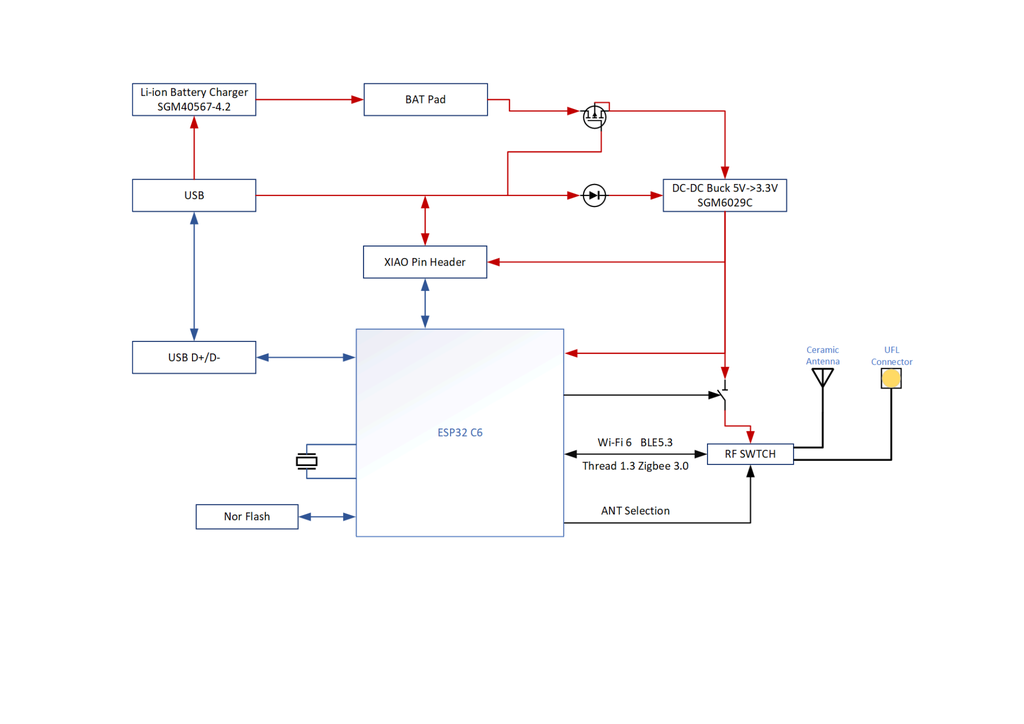
<source format=kicad_sch>
(kicad_sch
	(version 20250114)
	(generator "eeschema")
	(generator_version "9.0")
	(uuid "0e0c467f-c0b7-477b-99fb-cb8651b416e6")
	(paper "A4")
	(lib_symbols)
	(image
		(at 152.146 89.662)
		(uuid "d5ba93fb-e8af-4ec3-a5d3-744474435e6e")
		(data "iVBORw0KGgoAAAANSUhEUgAABeQAAANsCAMAAAAN1VjVAAAAAXNSR0IArs4c6QAAAARnQU1BAACx"
			"jwv8YQUAAAMAUExURQAAAAAABAAEBAAAOAgICAQIFCQAAAAAZQwMDDQAABAQEDgAAAwUKEgAAAAY"
			"SBgYGBwcHBAYVQAgYWUAACAgIDQURCQkJAA4OCgoKBQsYQA4ZTAwMAA4kTg4AKoAADg4OMIAACA8"
			"dcIEBDg4Zb4ICGU4AEBAQDxATDg4kSxEfcYMDERERMYQEABlZW04PABlkcYYGCxQkZE4AABltlBQ"
			"UDBVlcogIFVVVTRZmcokJEBZiThlZcooKFlZWaU4QDhlkWVlODhltjxlrmFhYURloc40NDxlvmVl"
			"ZUhppZFlAGVpgV1lrtJAQERxxpFlOERxzkRx2nFxcbZlAJFlZWF1nX1lqll5qjyBztJQUGlxxrZl"
			"OL5dXWF9sjiRtmV9sn19fWWBrkSJ4jiR2oV9gYlxxmWJtmWF0tphYTyZ4nGJtm2JwomJidppaX2N"
			"rnmNupGRZWGV2mGZykSl7qGFrraROH2Vwt51dZWZkbaRZYWZwoGZ2qqJxt59fZ2ZmYWdztqROLaR"
			"rmG23qGhpWW2/+KNiZWqymm69pGytp2qwpmuzq6uqsKhvpG22p2y1oG+6qWyyuadnaW20ra2trq2"
			"stq2ZYXG/+qlpcK2ytq2kbK+2r6+vt6ytuqurrbC1onS/5HavsLCwv+2ZaXO5qHO8r7G1sbGxv+2"
			"keK6zpHa/77K4sLK4s7KwsLK5u6+vsLO5s7OzsbO5rba2trSrsbS5urShcrS5ubSmdLS0s7S3srS"
			"6rba//LGxsrW5qHm/9rWzv/aZc7a6v/aaarq/9ba6tba7v/akdbe7sLm/9ra/97e3sbq4tre7uLe"
			"2vbW1v/S2v/attri7t7i6t7i8v/azv/a2uLm5t7m8vbe3ubm4ubm5uLm8rb//+Lq8ubq8sr/1urq"
			"6ubq9vbm4urq9sL//+bu9v/m4sb//+ru9u7u9v/q4vbu7u7y9u7y+vLy+tr//97///L2+v/y8uL/"
			"//b29v//tvb2+vr66vb6+vb6////2vr6////5v//8vr/////9v///8gpo6EAAAAJcEhZcwAAGdYA"
			"ABnWARjRyu0AAHLBSURBVHhe7d0PnB93fef3793qzlS/pCqWWhnJQpsTUqCmTipriWthLMvApjJW"
			"4yX80zVRY0dHg+MclwRkNxiBbWLHdlJwBAUBl2xjF7eqz43qnqlNSWm6Lb4CaoqvnM4Fl7ZJCdc6"
			"cNrSLoFsv3/eM9+Z38xv9jfzne935ju/9/OReGfn9/vNb3fFvn6zn9/85ifWiYhosBh5IqIBY+SJ"
			"iAaMkSciGjCxfvtM+RN838PwCL6r2XA/vmsiqkGsXzpTHsH3PQy347uaDdfguyaiGmTkX/XIzPjZ"
			"wUX+TnxnM4CRJ2pCRn6GfnduH1zkh/X9VGLkiZpg5GPGyBPRBhj5mDHyRLQBRj5mjDwRbYCRjxkj"
			"T0QbYORjxsgT0QaqI/8cPirZ5bCWxS1YcsXIR4yRJ2qiJPKrWy9/0SydEslSfnmC1a1Cmrt+o+tN"
			"59yVcmO7T8iNMfKTMPJEtIHKyJ8WV5kFKbs8werWucXFxZG45HmsgLX9Zk3ycSrHhNizeGik+s7I"
			"T8LIE9EGKiNfk7nh2v7xJjeJ/Cmx42n18dxDjPxkjDwRbaD9yMsmj+3zN4i8/KPgMSwy8pMx8kS0"
			"gcrIZ+uK5dO70qn7srjn/F4hrksfEXDDU+aazx0bmQuX1KReXPJ88lFeprayQ+6jq22cHomfWzI3"
			"Wd2aPAqcyj5QyLs+f2VyR+lmk9uur6sLJf2wkG7ZXpzByEeMkSdqombkj4m5g4sjsUO1eFkcFNsX"
			"d9knZM0N1/br2q6MxEFz4ccXR/JGJ15MPqrs77nvjl3iHrWNRbHn0M8tm43YvwGW1IWJZbF7lNyR"
			"3WxyW3m3cydO7hV7jsgvym45vTiLkY8YI0/URL3ImxivmR3vZaE+oOkKnnid+6D65JTa3TcXjo9r"
			"TMv1brvZRrKRNO2ZjUrZO8psFreVe/3yVuaLzmw5vTiLkY8YI0/URL3Io8IrI1tU01jNHEIp8JSp"
			"pi8cj/ySKbj6gF14M+Kx05rxyI/dkVnEbc1WzX8zW043ncXIR4yRJ2piw8ivvlnunR95Wi/na42H"
			"AIzgJYxrjuEYyrVzDz98tCTysuD3PSypy5KHEf2wYac145HP3lG6Waw2W9X/zW453XQWIx8xRp6o"
			"iQ0jvzJSO+cmx8mudjIuybZXwg3X9uuyH9N79XoxH/lkhz/ZqrlIbtEO4s0mEtk7ymw2ua0d12S3"
			"nF6cxchHjJEnaqLWuMZGXn3MtldLbqjXLAk1PS8b1ySfKuk9yNvY+1WfJjv1UvaOMptNbrsy0k+8"
			"Zu5ISzedwchHjJEnaqJW5JMpSjKTt+3Vkhuq52XxeFAW+WRyrqT3IG97Ot2QuodirtUdZTeL1XKr"
			"h5LDJjNbtpvOYOQjxsgTNVHviVdzApv06Bp9aSHycs/6MdQYkxs8NiQfk2dMP6DG8MmNl+Z2ZQot"
			"Hygu10/fnreveLWRN5vF6tWtP4EvN7flzKYtRj5ijDxRE6WRV0dCLi6qY19sJ/WyrKs+Tl6nNNNe"
			"w9xQ7larFafEjvvuGOnpuFzevrhHxhkfzVb2qq3Ye1gWZqsgr2POXXNV/o4ym01ue1o9azCnT2WW"
			"2XJm01asUfw2Po7r7/ej/9ZqFyNP1ERp5M2Tl7fkOmmW11Rgt+sD4XPt1XDDPXpyoq45d/1p/bu+"
			"dtQUPP14h37d7BezJZY3tncmranXrspt2VzrO8psFqtl2PfIhxb9cJDZcmbTVqyRf/zV7/wUFnNa"
			"/37MP2HmRKJL5lAp9ZgLyRzNXHW7emwtwcgT9URJ5LuRzHJqw4GXuSddJ4k28vPz82Wd9xD5/IlE"
			"Vcl1re+Qq68UO+R/b0TV9VXlY6t+9XMBI0/UE72JvHkytwHssSdH/lSKOfJlnfcQef2XVnoiUXVu"
			"iPQ4p/zfRuNXzWPkiXqiN5HPna2mDrlHed19D/9dc8KaDUQeeSnfeU+RT/46kv8ql3zDPniWRV6u"
			"LH1wZuSJeqIvkZ9qR7zc+aMjIeb2/CE+rRJ/5KVM531FPnmeZXXrVZlcl0be/AVmzw26viYXtz/E"
			"yBP1RG/25IMYROSlpPOeIp8+P6JSvTJK5jUT9uTlxZlzg67tF9sX9wqM8tvEyBM1MWORf+kHHo/R"
			"vYh7hu68h8hnTiRqnsy2z2iXRX51q6p57tygavVpD5F/6ZX4aWxs0iGnRDNotiL/OhRyGF79zlvb"
			"j7w6LjI5kajZiU+PkR2PvDq6RtjnZc1gB8+ttD+u+ebL8W1P4dXfxI2IiJGPl5fI65ELTiRqSp0e"
			"9zQeefVoYF4UIW+Cc4Mm+/3dRn7+cdyIiDiuiUHAcY0O+lpyOoqD6iXM6jQVSulMXrPnBk2eQG8/"
			"8tOPaz7GyBNZfOI1BoGfeFWNlj03Z5lWTNwnR96eG9Tfnvz0/0P9GiNPZDHyMQh9CKWstux5Eupk"
			"XjMx8th919f3NpNn5IkaYeRjEPrFUPpEoulhNfbsoZWRNzMe804Ap7o8hDKGyH/73vdV+DKuRdQC"
			"Rj4GiHy+8JKHyNsTidoD5HF8zeRxTebcoKtbxfbFXeIQI1/pb5t/0QnejmsRtaBR5NVrTNMzFeoT"
			"P4rdJ76of8HxHJ20bM4LqazuFZebnUJ1aklzEstk4IsWqAvUJuXuIGSDktmCpl/kep19v/BpxRz5"
			"QuElD5HXP3t9zIw90QTmNRVPvI6dcnTHY8uMfKVbX/66N03ymvk34VpELWgSednnHThpuz6b+9xB"
			"dTZC+alKRBJ2VWu7J4jTGh4Tc8n55ldG6pSGi4u61PLKciO71JXU6Q6lvfnIp1vQloVQZ7XPrJlS"
			"tJEvK7wU6/fTyKAif1zsw1LR+xh5alOTyJs3hlp5pdm7w6sjz9+pdu527E3KuywOJn/ur4z+NfPM"
			"nHk1pB74yv9mKn5KXJXuFWpjJx5Ot2DoF1jKR5Tc48A0Yo1ifG8a4gEjT9REg8hnA7y6NRtj+Rf8"
			"ryflXZo7mUR+ae73TKIxANAPEtnIF89Olp4G0Ui3kJV7s+/pDC2KjHwZRp4oo1Hk7bw1H1oZ+Sdx"
			"uN3K6KrkiTuZc1PxpOU4p5WNfH7Yq+RPPJxuIYeRZ+RLMfJEGU3GNafEXPJi9kzvJfVc3JLZtT8l"
			"7kHk1ZF4SeSTBwD5Uc/kj5jzA+eTLqWvpNfsFnLM1KgWRj5ig4n8xTMPHN8t/qXjd525gDV5jDy1"
			"qknk15aE2KEzn5/W6IqbQcva/stfROTVbrpJdJJuRF4fx6HfPG5p7r6j6piO9HCZfL/tFrLG7nsq"
			"jHzEhhH5C3cd2KT/l6/tvu0prM9g5KlVTSKvD6nRJyo06TWHPcpwq8ibVarLJvIq92WRX39OLp3T"
			"x+io26uDazLvLJotemYLWQ2mNYx8zHob+e9+Fwsbe+qAbvuWfdvE5n2X6eWdD+OyFCNPrWoWeX1c"
			"u6wu9qbvUK+f0SWW/zEvbpfrTeT1AdNlkdf0Btb2myN00v130+/VNy8uLh55OruFjJXRePWnwMhH"
			"rLeR/9or3v6xqTr/7A0y6puuveuFZCb/8JEtcs2+R83FCUaeWtU08mr3+xb1H0zTdbh15NWS7rv+"
			"j5nDj0c+3QfXG7Avmzfr8bkZ6NyT3YJ1vsGwhpGPWn8jPz8/P03nT8r/OW+7+6JeTp94fVTt2x8x"
			"y8DIU6saR94kOZ2Z2MirROu9ed3yZbFH7o8fGs0dvBGTHBtzyTxK4InXJP7594bObgGrVPOTR5da"
			"GPmI9TryU3T+ZiG2nMRy9uiaM/vkzrzcuU8x8tQqx8ibFzZJNvIy/Ndhx11e4ZTaG9cueT7Z788c"
			"TGPmPem5UUzk8wfbZLeAVeqxwbwEqyZGPmJ9j7xU0fmLco/9gE157hDK24S47FksS4w8tapB5Ff0"
			"UTAodnI4ZSby6uQGKtqZqQz24U/hFa/yk7Wj6mZrS7rrZr6eHC5TOm3HFuTdyA/yvmsfPakx8hGL"
			"IPLSpM5fIcTNWFTyx8k/sElss4dTMvLUqiaRH4nt6mQ1JuFyR3vu4OKV6dE1ctWSOU1ZMfIyzurc"
			"NXPy0UEu6o3oQyjVLQ7KT0y5S49/xxaW9aaX5G21uqcoY+QjFkfkpbLO3yzEXVjU8pFff2Kz2G2G"
			"9RIjT61qMq557tgoOZekdP6oOoHknof0PryOPMYuxcivr6lbmsPhzUZOqOtL96pjMs0rrMqPf8/t"
			"yS9hflN7Ls/IR6xO5O/FOwEG8THEPcN0/tkziSNCLMoPE8Y18pLb/rrYp68p/e35N2DLg/QMvmsK"
			"pflMPkaMfMTqRL4HZOdvxb5I6gy+wrHI49JEnXcsj9F78W1TIIx8zBj5Uq9FTTrVPPI/ii0MFYdR"
			"gTHyMWPk+6DkL4f8WP6MEA/IDxWRlxdc2CSO4/NBeycjHxojHzNGvg82fOJ1p7hCfchH/jIsSeaC"
			"W8Wm8hOWDQsjHxwjHzNGvg9ykS8Ufn39USGeUB+zkf8p8RIsSeaCi1vErebzQWPkg2PkY8bI94GN"
			"fEnhpZux156JvAy6nuAYuOCI2K0/HTZGPjhGPmaMfB8g8uWFly7Dy6Aykb9NCLEzPTAeFzwsxAzM"
			"axj54Bj5mDHyfaAiP7Hw6+vPCmFOM2kj/4I6+aS4DZ8lF1zcnH/B1DAx8sHJyL/qkZnxs4OL/J34"
			"zmZAfyNfUXjppNhiFmzkb1aNF1uSXfnkghvEtfrjoDHywcnId+Ol+BjY0CI/S/oa+Q3eNOS4ObYm"
			"E/kLeG+oZFc+ueDW/LkOhomRD06s396Jt7wOC4H9Cb7vYXgE39VsuB/fdWRuEDeYhTTy5u2h7K58"
			"csFdYpv+OGiMfHACH0O79w1YIBq2fcmLnNLIS8UXQ0lnRFe/jgEx8sF19b+qN81/DUtEg3aZOGnO"
			"VSbEbWfOqDfulss3iJ3yv3JPPr3gifX1p2bh8BpGPriOIv/N+fl7sUg0aLvVa5yOY0KjRzdYFOLZ"
			"zAVyz/5RIdLDKgeLkQ+uo8jfOz/PeQ3NhAPqMPmpIv+A2GxuMmSMfHAdRf5N8/Oc19BMuHnqAyNP"
			"ip1YGjBGPrhuIv9N9QpBzmtoFtw69dkK0oMth4yRD66byN+rIs95Dc2CB8Qm+45QlXbn3gZ2oBj5"
			"4LqJvJrWcF5DM+HiJpytYN9k+iyVz2aPsRwsRj64TiKvpzWc19BsOIChPJ5hLaPjfnIWnndl5MPr"
			"JPJ6WsN5Dc2Gu8QmfWTkmUkQ+X3JS2MHjZEPrpPIm2kN5zU0E17YZE84WcpE/gkhHjafDxojH1wX"
			"kce0hvMamg032xNOljKRPzALB1Ay8h3oIvKY1nBeQ7Phwqbqw2Z05B/G0GboGPnguoh8Mq3hvIZm"
			"w81ikz5+ZgKV9xcuEwfw6bAx8sF1EPl0WsN5Dc2GC9vEtopTj6nIXyE2qXOXDR8jH1wHkU+nNZzX"
			"0Ix4arPYPXksLyN/c/aNvQeNkQ+ug8jbaQ3nNTQjHhbiiomvexXiWqFOVTkTGPngwkc+M63hvIZm"
			"xV1CXDZpHqNeDjULh8hrjHxw4SOfmdZwXkMz44FNYnP5ROZZ2fgZOGkNMPLBhY98dlrDeQ3NjCe2"
			"CbGveJTkhSMz1XhGPrzgkc9NazivodlxQb2B94G7cqP5h49sUsOamThC3mDkgwse+dy0hvMamiWP"
			"7lNF33f3mUflJ0+defjazfLTbXcx8uRT8MjnpzWc19BMeeCA3nO3dp+8qI+TnxmMfHDBI/+4MT//"
			"XrPwTawnmgkXH7jhMgR+y4GT+iVSjDz5FP6JV2N+/sNYIpo5F8+cOWNfAsvIk0+MPFHHGHnyiZEn"
			"6hgjTz4x8kQdY+TJJ0aeqGN/819g5MkfRp6oYy+f/ySWZgAjHxwjT9Sx+fnHsTQDGPngGHmijjHy"
			"5BMjT9QxRp58YuSJOsbIk0+MPFHHGHnyiZEn6hgjTz4x8kQdY+TJJ0aeqGOMPPnEyBN1jJEnnxh5"
			"oo4x8uQTI0/UMUaefGLkiTrGyJNPjDxRxxh58omRJ+oYI08+MfJEHWPkySdGnqhjjDz5xMgTdYyR"
			"J58YeaKOMfLkEyNP1DFGnnxi5Ik6xsiTT4w8UccYefKJkSfqGCNPPjHyRB1j5MknRp6oY4w8+cTI"
			"E3WMkSefGHmijjHy5BMjT9QxRp58YuSJOsbIk0+MPFHHGHnyiZEn6hgjTz4x8kQdY+TJJ0aeqGOM"
			"PPnEyBN1jJEnnxh5oo4x8uQTI0/UMUaefGLkiTrGyJNPjDxRxxh58omRp0H59hvmI8TIkz+MPA3K"
			"x5DNuDyDr34GMPLBMfI0KB+en39fdD6FL34WMPLBMfI0KDLyWKJeYuSDY+RpUBj5nmPkg2PkaVAY"
			"+Z5j5INj5GlQGPmeY+SDY+RpUBj5nmPkg2PkaVAY+Z5j5INj5GlQGPmeY+SDY+RpUBj5nmPkg2Pk"
			"aVAY+Z5j5INj5GlQGPmeY+SDY+RpUBj5nmPkg2PkaVAY+Z5j5INj5GlQGPmeY+SDY+RpUBj5nmPk"
			"g2PkaVAY+Z5j5INj5GlQGPmeY+SDY+RpUBj5nmPkg2PkaVAY+Z5j5INj5GlQGPmeY+SDY+RpUBj5"
			"nmPkg2PkaVAY+Z5j5INj5GlQGPmeY+SDY+RpUBj5nmPkg2PkaVAY+Z5j5INj5GlQGPmeY+SDY+Rp"
			"UBj5nmPkg2PkaVAY+b761Pu0N8y/xiwwAKEw8jQojHxffWw+731YT74x8jQojHxfffcVqDt8GevJ"
			"N0aeBoWR7623o+7Ga7GWvGPkaVAY+d7Kz2s4rQmGkadBYeR7Kz+v4bQmGEaeBoWR76/svIbTmnAY"
			"eRoURr6/svMaTmvCYeRpUBj5/srOazitCYeRp0Fh5HvMzms4rQmIkadBYeR7zM5rOK0JiJGnQWHk"
			"e8zOazitCYiRp0Fh5PssmddwWhMSI0+Dwsj3WTKv4bQmJEaeBoWR77NkXsNpTUiMPA0KI99rZl7D"
			"aU1QjDwNCiPfa2Zew2lNUIw8DQoj32tmXsNpTVCMPA0KI99val7DaU1YjDwNCiPfb2pew2lNWIw8"
			"DQoj329qXsNpTViMPA0KI99zb+e0JjRGngaFke+5j3FaExojT4PCyPfcd1/BaU1gYv2aTszPX4ml"
			"sD6L75sGipGf2v34nQism1/8a+7Edz2DxPqlnXj5/L+MpbAewfdNA8XIT+12/E4E9lJ8DOxn8V3P"
			"IBn5a7AY1NeewUJQtzPyQ8fIT22Wfhv+hJGfFYz84DHyU2PkZwQjT4PCyE+NkZ8RjDwNCiM/NUZ+"
			"RjDyNCiM/NQY+RnByNOgMPJTY+RnBCNPg8LIT42RnxGMPA1KDJF/4cyZ48cfOPMsPu1KV78Ny+IW"
			"LIXDyM8MRn7w+h75F+6+drNIHDh5Aau7UPLbsLpVfVlzex7C5+vnrpSf7z7xIj7d+Bq4/Hp7i4Lx"
			"yK+M1E2EuGd9Kb1kWVyFpTHnj8prXvc0PpPsiqpbM/Izg5EfvH5H/tEDOmdC7NuH1O97ABeFVxr5"
			"ucXFxV1CXG4ifUyIPYuHRpkqb3QNc/lIXPI8VhQVI79D3mRx8Wl5CbYqg32PWRizLMTB3NYzK6pu"
			"zcjPDEZ+8Poc+Wd14g+cxJzmhbtvUKXffcZ8Glxp5HUnz+83vTwlduh95nPpfvuG1zCXr+0fC3lW"
			"MfKZR4jHsDDhQeKU+hMhu/XMiqpbM/Izg5EfvB5H/mZV9Lsv4jPjAdX9fS/gs7AmR15+VPvCaTUz"
			"NroGLp84bpEmR14+ZpjF7M3XrsxMi4xT41s3K8puDYz8zGDkB6+3kX/hCiEuK5nNPLpPiG1P4ZOg"
			"KiJvOlloqbTRNXC56S1yfkpPT9buGAmhZvlm7TEUORf5lZHZenbeInfT58Yyn9Q8ZVaU3RoY+ZnB"
			"yA9eXyP/7E4hjmN5zN2bxOYuRjZVkV8ZXfJ86WB8o2uYy9f26z38bORlq7cvHlLDc732mLgqCbee"
			"yR/5Q7WI2+XnLWunR2Lug8m1pZXR2N8PWFF6a4ORnxmM/OD1NPLPbhGb7sZywRPbxKYOKl8VeTWH"
			"QTPzNrqGXK2eeJ37oPokG3m556/q/4EX9dpT6ZOkKtHqqQqxQ5U5+Qtg7A+E07tk5vXS+cXFvWJH"
			"5l6zKybcWmLkZwYjP3j9jPzFnWLzE1gucUFeHP6oeU+R18U2z8dmI7+UXlWutQfCKM/J/z+3V68y"
			"Exd73dTHUfJltfG5d5uVSnbFxFsz8licAYz84PUz8gfEpkexWOrCNnFZ8GdfqyN/yfO5hK++We6g"
			"H3m64hqGuXztGA5qTCOfmaEsi90YnmepBw1MXHAfyV0acpPJDvrpkbgei0ayInvrPEZ+ZjDyg9fL"
			"yN8sxMRZjfHEJnEtFoOpiryauK/tz0zczUxFxXrSNQxcbi6ZFPnr9KE5ediWmrjgZsldKmoub4c0"
			"k4by2VvnMfIzg5EfvD5G/sImcTMWJ7pbiIp5jhdVkXc9ukbnNultIfK3LBdfLIXIq4lLYd6iDszB"
			"TF4rPLgkK0pvrTDyM4ORH7w+Rv5msSV/dHyZfWInlkKpiLyJpj6AZsxG10gu1+cYwFOgKvKZyY5K"
			"f/aJV8OMa9T1fi95HAGT+OwqXNdKVpTc2mDkZwYjP3g9jPxTm8RtWKzwhBCBz3AwOfLn95s6L4nL"
			"9Uj8fNkrXsuvgcvN/MQ8BpzWMxe50y8vSI6ukY8RyVBl7ai67doS/ig4JQ7a4+YVedX0OPm1K/X+"
			"vH6IkHvtz+dWmIWxWwMjPzMY+cHrIPLf/SYWJjgidiY78o+O7dHfum9fOsg5IHZjqWXf/i4WxpRG"
			"HmemuU43U/bVnJnGDmU2uoa5/JAwDV8Sc4t7xW4VeXnN7HHy5hWzirlgZA6hVA8MIr+bnn3Fqwr+"
			"QXnv6hrL6r/ZFUrh1sDI+2eObZKSHYGj8h9Dn6luirPWtYeRH7wOIv+1+TfdW9X5LeJWLK3fsOUk"
			"lowbhNiHxfWHhfBzTsrHX/H2j5V1vjTy+rfxOv3KJGnttMy52POQ/e3c6Bo4hBJnqVw7JsSOh5Z1"
			"z9eO5V7xupxOep5TF2xPd9ZxVpxya3fIu5vTJ53Ue/LZFcqkWzPy/o1FXj7e7pCP8GrRPPJXnrWu"
			"PYz84HUSeWly5x8VIj1rgYz6tuxQJhv5i5tF/hGgLY/LL6+s87P028DI+zcWeXPm55VX6sirFfIB"
			"uGyS1jZGfvC6irw0ofPHxWVY0lEXYufD+Cwf+fVrxRVYapeKvFToPCM/IzqJfOaZdkRe/glnx37+"
			"MPKD12HkpbLO78wcP6kjL8OevDIqF/kHxCYstQuRl/KdZ+RnREeRT550SSNvzjrhGyM/eN1GXip0"
			"frPI7bkbB8wEJxf5Z4Xwcm4DG3kp03lGfkZ0M645Jebyh1xl9+09YuQHr/PIS7nOX8y+yimNvBA3"
			"qGdZc5FfF6Ly3AdN5SIvJZ1n5GdEN5FfW1JPumNF5qx1vt3+0g88ToP23vl5LAXzMcQzS3f+hTPS"
			"3UI8oD5qP4XCK5tuvqAivxsXSZvFcf3xk9hwS+7F15ShO8/Iz4huIq9PKWROVIdDrvAuYp69Dv8b"
			"J/LuTff+rvmfdsZufDQ2Hz8gxE58Yv0oNuDXK95+60sZ+ZnQVeT1KaLVYZPYtTdnrfONkadQXv3O"
			"T51Bta185Lfcdm1Z5P/my7EJr17z3lu5Jz8buos8DpvEiuxzsf5wJt+CZ16LBTIKM3ldeFyYfzo1"
			"M5OXib84NpPfstG5KpsZn8lLr3nvM5zJz4xAkU/PQZfWXtKHTSbVD3J4DSPfgvfOfxlLpI1HPlN4"
			"6WL26VQbeZX4jp541YWXGPkZESjy6dEz2ZbnIm9eH+UZI9+C18y/D0uk5SKfL7yyJXPisSTyJvFj"
			"kQ9yCGVSeImRnxGBIi/jrluOk9PtUc+ymgkNIl94GwAvGHl3z8zPc16TYyNfLLxUfDHUtrvwaT7y"
			"d3t/MVSm8BIjPyNCRV7uqYuDi3vNG72sjMx559SLXPNnrfOMkXf3XhkLzmuyEPnSwkvHxTYsmcjb"
			"xI9F/lpxAEvtQuTzhZcY+RkRLPLqaJr0bHHmvHP60Pj8Wes8Y+TdvUb2gvOaLBX5SYWXnsidoCyb"
			"+HzkL24SuctaoyJfKLzUym+DPZ+spE8JKXaf+KL+vbZ/my+npyLWFTBXV4umAXojAm0wJ6tMDqg+"
			"d6XeILbfHCM/Mxh5Z8+onULOa7K+VlF4ZZs4jqX1W8cynj2f/MNC+Hkv78fLCi+18duQOZ+sfvHL"
			"3EH1J7r8VO28JaejWtuPZbmgzv6uD8I4JuaSP+CX1V/5OBHt6l75V/6VyQPEMdl7tUHnP/MZ+ZnB"
			"yDtT0xrOa2qZ6t3/1JuGZA60CaGN34bM+WRlq/G69fN3qj35HXuTl74si4MjHXnz7lDasn5gME/F"
			"nVK79vJRQW3KbNBcKq9vXiN5zvnvfEZ+ZjDyztS0hvOaWi5M9fZ/Z4Q4g8VAWvhtyJ9PNnvsxOrW"
			"y3892QFfmjupI595M28Zc/26mMxBdfpNwXEVs938Fp0w8jODkXelpzWc19Qz1a78Tk9Pu07WSuTt"
			"axh1pFMy8k/iNTEro6vk/8kF85ZQWtL7zCnGEXlzG/0YkN+iE0Z+ZjDyrsy0hvOaWi5syRxFOcHJ"
			"7Mkqw2jjt8GeT3bsNeuq1ktmR/yUuMdEHnvvShLzzIsj9U59En/9eprM9V0x8jODkXdlpjXz8+/F"
			"5zQNWfAN3tnv0U3iBiwG08Zvgz2f7NhsRVXc7Kav7b/8RUR+7r6j6ki6p23cbeTN7ZOHimMy8m2e"
			"f5yRnxmMvCNMa+bnX4MVNJVrReadQ0o8u0XsnubJ2Va189uQnE/W7IOrA2mEObrm8hfNKjWk0ZFX"
			"l6mDa9RhNMXIYzazrI+nkdtg5FvDyFMNybRmfr70oDya4OJusbniadVnd4ot6j1Ewmrrt8GcTxZ7"
			"8neoVzYi8mpQo/bfH0sib46+UXOZQuRXRmZOs/7xver1NEflLRn5ljDyVEMyreG8pqYXtolNEyc2"
			"j24Wm7ycmqxaa78Nchdd7XcnE3Qdbh15taT7nkReR1tNcWzk9f77+vmxA2nUw4PdojtGfmYw8m7S"
			"aQ3nNXVd2C3EzeUTmZObxJbQT7oq7f026OF7eiyMjbzKut6bNy3HE6nqk7Gja1a35nu+tl9dzKNr"
			"2sHI0/TstIbzmrouXivElpLzFjy8U4id4Wc1UsuRT88xaCMvM32drrmJPE5Bq66d7KWb7svP8m//"
			"adqfjnDcMfIzg5F3Y6c1nNfUd3yTEJedzPX84t37hBBHgj/nqrXw25A9n6xsuDmcMhN5dXIDFXYT"
			"eRNtM7w3p6U1a+Tt0wPotWR4syQu1694Pc9XvLpg5GlqmWkN5zUNXDiiDj3ZfdsZE/VH7zqgPj/Q"
			"xahGaSPymfPJqnCro2euTI+ukauWzFloMHqXnx3EmWhk2NW5a+bUo8OS3Igmi74kt7BXYMdeXsmc"
			"u8Zs3wEjPzMYeSfZaQ3nNU08da3cm1e2XGY+igOBz2WQ0cZvQ+Z8stL5o+okk3se0vvwOvKYuSPy"
			"6/eq4y3NbnnmbJNL+Fmovwf+o93q4Bq9WlpTp6oUeoNuGPmZwcg7yU5rOK9p6IEjW0zRhNh07d3d"
			"DGqMWfptYORnBiPvIjet4bzGwRNn7jp5poODJvMY+RnByNO08tMazmtix8jPCEaepnXv+7RXz7/B"
			"LDDycWPkZwQjTzW9hmeTHwZGfkYw8lQTIz8QjPyMYOSpJkZ+IBj5GcHIU02M/EAw8jNCRv5Vj8yM"
			"n2Xk3THyA3H7pXfi9yKkD7zuXiyF9O/PeORnCiPvjJEfiNvxOxHWy+dfjqWwZjryt3fil27EQmB/"
			"gu+bGmPkB+IR/E6E9Yr5l2MprI/gu55BAh9D+8hbsUCxYeTJwb86/7ewRIF0FfmfX/g6ligyjDw5"
			"YOSD6yjy31pY+C0sUmQYeXLAyAfXUeQ/srDAeU2kGHlywMgH11Hkf35hgfOaSDHy5ICRD66byH9L"
			"Np7zmkgx8uSAkQ+um8h/REWe85o4MfLkgJEPrpvIq2kN5zWRYuTJASMfXCeR19MazmsixciTA0Y+"
			"uE4ir6c1nNdEipEnB4x8cJ1E3kxrOK+JEyNPDhj54LqIPKY1nNfEiZEnB4x8cF1EHtMazmvixMiT"
			"A0Y+uC4in0xrOK+JEiNPDhj54DqIfDqt4bwmSow8OWDkg+sg8um0hvOaKDHy5ICRD66DyNtpDec1"
			"MWLkyQEjH1z4yGemNZzXxIiRJweMfHDhI5+Z1nBeEyNGnhww8sGFj3x2WsN5TYQYeXLAyAcXPPK5"
			"aQ3nNRFi5MkBIx9c8MjnpjWc10SIkScHjHxwwSOfn9ZwXhMfRp4cMPLBBY/854yFhfvMwrewnmLB"
			"yJMDRj648E+8GgsLn8ASRYaRJweMfHCMPNXEyJMDRj44Rp5qYuTJASMfHCNPNTHy5ICRD46Rp5oY"
			"eXLAyAfHyFNNjDw5YOSDY+SpJkaeHDDywTHyVBMjTw4Y+eAYeaqJkScHjHxwjDzVxMiTA0Y+OEae"
			"amLkyQEjHxwjTzUx8uSAkQ+OkaeaGHlywMgHx8hTTYw8OWDkg2PkqSZGnhww8sEx8lQTI08OGPng"
			"GHma1r3v0149/waz8AzWE02PkQ+OkadpvXc+j5Gn+hj54Bh5mtYziDu8BquJamDkg2PkaWqvQd6N"
			"92ItUQ2MfHCMPE0tP6/htIYaYOSDY+Rparl5Dac11AQjHxwjT9PLzms4raEmGPngGHmaXnZew2kN"
			"NcHIB8fI0/Qy85rXYhVRLYx8cIw81WDnNXzVKzXCyAfHyFMNdl7zZawhqoWRD46RpxrSeQ2nNdQM"
			"Ix8cI091JPMaTmuoGUY+OEae6kjmNZzWUDOMfHCMPNWBeQ2nNdQQIx8cI0+1mHkNpzXUECMfHCNP"
			"tZh5Dac11BAjHxwjT7XoeQ2nNdQUIx8cI0/1qHkNpzXUFCMfHCNP9ah5Dac11BQjHxwjT/U8w2kN"
			"OWDkg2PkqabXcFpDzTHywTHyVNN7Oa2h5hj54Bh5qukZTmuoOUY+OEY+Ytdc2okr8DGw+/FdU9QY"
			"+eAY+Yhdc+k1M+NVjPwwMPLBMfIRu+ZSLMyA+xn5YWDkg2PkI8bIU3QY+eAY+Ygx8hQdRj44Rj5i"
			"jDxFh5EPjpGPGCNP0WHkg2PkI8bIU3QY+eAY+Ygx8hQdRj44Rj5ijDxFh5EPjpGPGCNP0WHkg2Pk"
			"I8bIU3QY+eAY+Ygx8hQdRj44Rj5ijDxFh5EPjpGPGCNP0WHkg2PkI8bIU3QY+eAY+Ygx8hQdRj44"
			"Rj5ijDxFh5EPjpGPGCNP0WHkg2PkI8bIU3QY+eAY+Ygx8hQdRj44Rj5ijDxFh5EPjpGPGCNP0WHk"
			"g2PkIxYw8s/hY3OnxD1YamRi5B//NhYoCox8cIx8xKaO/MrokufVx9Wtc4/J/1z+ol67viTMauXc"
			"lUKI7SdwibK6Va7BqlMiuU1OuqkpCu4l8o//8k/Ofw3LFAVGPjhGPmLT78kviVvUh1PiqkyZVcUR"
			"3rVjQuxZPDQS8kEgIR8RFtWqHfKB4LS6YVG3kVeFlxj5qDDywTHyEZs+8isjVe/VrWrPPS3zslhM"
			"2i331J+WH9Z+PbNvb663tt88PpTqMPIoPCMfG0Y+OEY+YjVm8nof3uzPp2VeuuQbuvp2nJPu8iu4"
			"3nL5pEbrKvK28BIjHxVGPjhGPmI1Iq+m8SsjneSkzKtbr0rKeypNeybpuJ6+1bK+wrK45/xeIa5L"
			"rlGM/OldQux4SC09d2yUXHNNLm5/qHAVubXTI/FzeuXGbORzhZcY+agw8sEx8hGrEXlV73/TZDYp"
			"s6ruykjPa5YQYHVhOq/B9ZbV3wBJ5A+K7Yu7Co8DaeSXxJ777tillldG4iCuubZf3kg+NoxfRU2L"
			"9hyqGfnxwkuMfFQY+eAY+YjVibxMLQbwKPPafplz/R/53/T5Vn38TbKorre61QTZRF59yF97Udur"
			"C64fD+RKuc1T1+u8q2uaPw5Om8hnrmK2Ni0V+ZLCS7/8PorI32LkQ2PkI1Yn8nJn2+xKI97YideD"
			"mkmRV0fXmIeGJPL6YSIZvKirqKMsNbVqydwWHyR9TfyZYG6VuUrVsL/o/pe+rqzwFB9GPjBGPmJ1"
			"Iq96bKKKyJvo6ol7LvKZcY2K9x49YU8ir3e97QQ/P66Rm7nvYemo3vLaObNk/lgouQq2NqX7L737"
			"w29HJfLe8CaKyCvmX4F/UgqEkY9YncjLMuPIGVNmmduDi+o4eNn3tf06y4o9zsYWXJoq8na/Xqb9"
			"WLKUPGwUrlI38vevr3+7rPOcyUfl35h/NZYoEEY+YjUir+KNgJsyr4xQW5Xa7NE1eiKj1I58ss+u"
			"LAk1lFerx/bk7VUaRF4qdp6RjwojHxwjH7EakdeDcX2wPMqsmyvhCEm0N7NPXz/ymWE8dt/16rKZ"
			"vNIs8tJY5xn5qDDywTHyEZs+8uZJTvOsqi5zukut5/Gy7VepWq8tZZ4MrR95PJW69oEXTeTNQ4Z5"
			"aMHzvvYqydamlIm8lO08Ix8VRj44Rj5iU0c+2UHX5xnTZcYB8nqdbO3qXiEOqkNpEG2lfuTl3cwd"
			"XNyrNnJK7LjvjpEO++pWfXD9ofGruEReSjvPyEeFkQ+OkY/Y1JFPJu069rrM9uVP5nWwa+qFqDiU"
			"BupHfn3tDrmVueu/qJZGcuG0CftRIXY8tjx+FcfIS6bzjHxUGPngGPmI1ZjJR68s8pLsPCMfFUY+"
			"OEY+Yow8RYeRD46RjxgjT9Fh5INj5CPGyFN0GPngGPmIMfIUHUY+OEY+Yow8RYeRD46RjxgjT9Fh"
			"5INj5CPGyFN0GPngGPmIMfIUHUY+OEY+Yow8RYeRD46RjxgjT9Fh5INj5CPGyFN0GPngGPmIMfIU"
			"HUY+OEY+Yow8RYeRD46RjxgjT9Fh5INj5CPGyFN0GPngGPmIMfIUHUY+OEY+Yow8RYeRD46Rjxgj"
			"T9Fh5INj5CPGyFN0GPngGPmIMfIUHUY+OEY+Yow8RYeRD46Rj9g1l94+M44w8sPAyAfHyEfsmks7"
			"8TJ8DIyRHwRGPjhGPmKffaQLn/53sBDY1/FdU9QY+eAYearpE1d/H0tEtTHywTHyVNOJhU9jiag2"
			"Rj44Rp7q+c7VC7+CRaLaGPngGHmq5xMLC5zXUGOMfHCMPNVzYmGB8xpqjJEPjpGnWr5ztYw85zXU"
			"FCMfHCNPtXxCNp7zGmqMkQ+Okada1LSG8xpqjJEPjpGnOvS0hvMaaoyRD46Rpzr0tIbzGmqMkQ+O"
			"kac6zLSG8xpqipEPjpGnGjCtWVg4gRVE9TDywTHyVAOmNQsLV38Ha4hqYeSDY+SphmRaw38+aoiR"
			"D46Rp+ml0xrOa6ghRj44Rp6ml05rOK+hhhj54Bh5mp6d1vDfj5ph5INj5GlqmWkN5zXUDCMfHCNP"
			"U8tMazivoWYY+eAYeZpadlrDf0BqhJEPjpGnaeWmNZzXUCOMfHCMPE0rN63hvIYaYeSDY+RpWvlp"
			"Df8FqQlGPjhGnmr66YUPYYmoNkY+OEaeamLkyQEjHxwjTzUx8uSAkQ+OkaeaGHlywMgHx8hTTYw8"
			"OWDkg2PkqSZGnhww8sEx8lQTI08OGPngGHmqiZEnB4x8cIw81cTIkwNGPjhGnmpi5MkBIx8cI081"
			"MfLkgJEPjpGnmhh5csDIB8fIU02MPDlg5INj5KkmRp4cMPLBMfJUEyNPDhj54Bh5qomRJweMfHCM"
			"PNXEyJMDRj44Rp5qYuTJASMfHCNPNTHy5ICRD46Rp5oYeXLAyAfHyFNNjDw5YOSDY+SpJkaeHDDy"
			"wTHyVBMjTw4Y+eAYeaqJkScHjHxwjDzVxMiTA0Y+OEaeamLkyQEjHxwjTzUx8uSAkQ+OkaeaGHly"
			"wMgHx8hTTYw8OWDkg2PkqSZGnhww8sEx8lQTI08OGPngGHmqiZEnB4x8cIw81cTIkwNGPjhGnmpi"
			"5MkBIx8cI081MfLkgJEPjpGnmhh5csDIB8fIU02MPDlg5INj5KkmRp4cMPLBMfJUEyNPDhj54Bh5"
			"qomRJweMfHCMPNXEyJMDRj44Rp5qYuTJASMfHCNPNTHy5ICRD46Rp5oYeXLAyAfHyFNNjDw5YOSD"
			"Y+SpJkaeHDDywTHyVBMjTw4Y+eAYeZrWRz6kXb3wb5uFz2E90fQY+eAYeZrWnQt5jDzVx8gHx8jT"
			"tD6HuMPrsZqoBkY+OEaepvZ65N24E2uJamDkg2PkaWr5eQ2nNdQAIx8cI09Ty81rOK2hJhj54Bh5"
			"ml52XsNpDTXByAfHyNP0svMaTmuoCUY+OEaeppeZ13BaQ40w8sEx8lSDnddwWkONMPLBMfJUg53X"
			"cFpDjTDywTHyVEM6r+G0hpph5INj5KmOZF7DaQ01w8gHx8hTHcm85o/xOVE9jHxwjDzVgXnNT+NT"
			"opoY+eAYearFzGvuw2dENTHywTHyVIuZ13BaQw0x8sEx8lSLntdwWkNNMfLBMfJUj5rXcFpDTTHy"
			"wTHyVI+a13BaQ00x8sEx8lTP5zitIQeMfHCMPNX0ek5rqDlGPjhGnmq6k9Maao6RD46Rp5o+x2kN"
			"NcfIB8fIU10fwUei+hj54IJH/pd+XltYuNEs8E//Ov7Bb/fAb+Ej/Tb+WWh6jHxwwSP/HvViGuvq"
			"72M9TeP9h6lP8M9C02Pkgwse+c+i7vArWE1Tef/hj/zHTfwnpf7TjH/gw39Wz3/ejf9i3H85pROM"
			"fH2MfHDBI//9q5F349NYTVN5/+H/9n9L/J/T+1Zz/yzr/5rk/27Bdyb6f3z6f8f9f+O+P8m7GPn6"
			"GPngwj/xmpvXcFpTTyby6PcUkOsmEHcDQS+BTDtB0IsQY09Qdgtlt1D0Eox8A4x8cOEjn5vXcFpT"
			"Txp59HsKyHUjqLuGnpdApZ0g6EVosScIu4WwW+h5KUa+AUY+uPCRz81rOK2pB5FHv6eBXDeBuhsI"
			"ehEq7QRBL4EY+4GwWwi7hZpPwMg3wMgHFz7y2XkNpzU16cgj39NArptA3A0EvQQy7QI9L4EY+4Gw"
			"Wwi7hZZPxMg3wMgH10HkM/MaTmtqUpFHv6eAXDeCumvoeQlk2gmCXoQYe4KyWyi7hZRPxsg3wMgH"
			"10HkM/MaTmtqkpFHwDeGWjeCuhsIehEq7QRBL0KLPUHYLYTdQsirMPINMPLBdRB5O6/htKauGpFH"
			"rptA3A0EvQiVdoKgl0CM/UDYLYTdQsarMfINMPLBdRH5dF7DaU1dU0ceuW4CcTcQ9BLItBMEvQgx"
			"9gNhtxB2CxHfCCPfACMfXBeRT+c1nNbUNWXkketGUHcNPS+BSjtB0IsQY09Qdgtlt9DwDTHyDTDy"
			"wXUR+WRew2lNbVNFHrVuBHU3EPQiVNoJgl4CMfYDYbcQdgsFnwIj3wAjH1wnkce8htOa2qaJPHLd"
			"BOJuIOhFqLQT9LwEYuwHwm4h7Bb6PRVGvgFGPrhOIo95Dac1tW0ceeS6CcTdQNBLINNOEPQixNgP"
			"hN1C2C3Ue0qMfAOMfHCdRN7MazitqW+jyCPXjaDuGnpeApV2gqAXIcaeoOwWym4h3tNi5Btg5IPr"
			"JvJ6XsNpTX0bRB65bgJ1NxD0IlTaCYJeAjH2A2G3EHYL6Z4eI98AIx9cN5HX8xpOa+qrjDxy3QTi"
			"biDoRai0E/S8BGLsB8JuIewWwl0HI98AIx9cN5FX8xpOaxqoiDxy3QjqriHoJZBpJwh6EWLsCcpu"
			"oewWul0LI98AIx9cR5H/LKc1jUyMPGrdCOpuIOhFqLQTBL0ILfYEYbcQdgvVromRb4CRD66jyH//"
			"ak5rmpgUeeS6CcTdQNCLUGknCHoJxNgPhN1C2C00uzZGvgFGPriOIr/+Hk5rmiiPPHLdBOJuIOgl"
			"kGkX6HkJxNgPhN1C2C0UuwFGvgFGPriuIv9ZTmuaKIs8ct0I6q6h5yWQaScIehFi7AnKbqHsFoLd"
			"BCPfACMfnFi/tBsvw8fAHsH3Han3H/7vkPYEat0I6m4g6EWotBMEvQgt9gRhtxB2C7luhpFvgJEP"
			"Tkb+ZdfMjB8bXOSR6yYQdwNBL0KlnSDoJRBjPxB2C2G3EOumGPkGGPngZOSvweIMuH1gkUeum0Dc"
			"DQS9BDLtBEEvQoz9QNgthN1Cqptj5Btg5INj5KOSizxy3QjqrqHnJVBpJwh6EWLsCcpuoewWSu2A"
			"kW+AkQ+OkY9KJvKodSOou4GgF6HSThD0EoixHwi7hbBb6LQTRr4BRj44Rj4qNvLIdROIu4GgF6HS"
			"TtDzEoixHwi7hbBbqLQjRr4BRj44Rj4qSeSR6yYQdwNBL4FMO0HQixBjT1B2C2VPodHOGPkGGPng"
			"GPmomMgj142g7hp6XgKVdoKgF6HFniDsFspuIdHuGPkGGPngGPmo6Mgj102g7gaCXoRKO0HQSyDG"
			"fiDsFsJuIdBtYOQbYOSDY+SjIiOPXDeBuBsIehEq7QQ9L4EY+4GwWwi7hTy3g5FvgJEPjpGPilPk"
			"UXcNQS+BTDtB0IsQY09Qdgtlt1DnljDyDQwt8n/1G7/wz7HYV4x8VBwij7obCHoRKu0EQS9Ciz1B"
			"2C2E3UKbW8PIN9D7yP/5O2666abfxCcbCxH5z/xb/4368OfvkF/WV+RXd9NNP/Nn618xK6fAyEel"
			"ceQRdwNBL0KlnSDoJRBjPxB2C2G3UOYWMfIN9D3yn7np76tyT1/5APKRl1+fwsiXm9XII+4Ggl4C"
			"mXaBnpdAjP1A2C2E3UKXW8XIN9DzyP/5O9DQPmHka5jRyKPuGnpeApl2gqAXIcaeoOwWym4hy+1i"
			"5BvoeeQf/Jk/w5IejPyq/PiZn/lH71DzmwcxxnnwF770jptkauXn8lMzrkmu6wcjX8NMRh51NxD0"
			"IlTaCYJeAjH2A2G3EHYLUW7b5Mh/7WtYoHH9jvxf/mKaalVTndXP3KRz+mBS2AfVRFwW/u/rT3Xk"
			"zXpvfwMw8jXMYOQRdwNBL0KlnaDnJRBjPxB2C2G3kOT2TYj81+59w/yHsUzj+h552VHtr37D7MX/"
			"mYx8ss48Buid/a+olepTFXlzXX8Y+RpmLvKIu4Ggl0CmnSDoRYixHwi7hbBbCLIPZZFXhZcY+Uli"
			"ibwZzquSIrGKrrmOvL5Yfaoir+vrUT7yivrrgZEvNWuRR9019LwEKu0EQS9CjD1B2S2U3UKPvShE"
			"HoVn5CvEMq7RR1LepCY1SOxf/Yb6fELksXftCffka5ityKPuBoJehEo7QdBLIMZ+IOwWwm6hxp7k"
			"I28LLzHyk/Q78uZpVMWG2yRWX9LRnjx6ru+Tkd/ALEUecTcQ9CJU2gl6XgIx9gNhtxB2Cy32JhP5"
			"XOElRn6SfkfeNtQObkzkdcgnRD7zdK0XeBDRXwgjv4HZiTzibiDoJZBpJwh6EWLsCcpuoewWUuxP"
			"EvnxwkuM/CQ9j/z6gzqiD/6meVXUV+Tuu4m8ec61fFxjrqsOv/FEf1Em9cOI/MroKiy1bmYij7pr"
			"6HkJVNoJgl6EFnuCsFsIu4UQ+/PDH+rIlxReevv7qNyrex55WVHJ5FQ/wWkn4nL1g+WRl5X3eZw8"
			"vihddxt5tUp/gRvpYeRPiXuw1LpJkf/+p7HQE3/8x1gYN13kUXcDQS9CpZ0g6CUQYz8QdgthtxBi"
			"j36oI//hssJTpZ5HfnjaivzK6PIX9cLqVr1w/uhIzF2vlla3CsksG1iz5yF8nre2/5LnN7hKY6WR"
			"//6nf+XqBSz3xCcWfvrO0s5PE3nE3UDQi1BpJ+h5CcTYD4TdQtgtdNgjmXizJ/+pd74a7aIpvRb/"
			"Y6ZAPEV+ZSR2LO4VanF169zi4uJIyHSDWbNL6IsL9LSm+iqNFSOvCy/h0574hPqSyjo/ReRRdw1B"
			"L4FMO0HQixBjT1B2C2W3EGJ/dOIxrinvPGfyk7xz/k1YokA8RX5J3KJWvlJHXq1Y26/XaMnO/v7S"
			"hOtpTfVVGhuLfFJ4CWt6QkdeKnR+w8ij7gaCXoRKO0HQi9BiTxB2C2G3EGKP0Pgk8lKh84z8JIx8"
			"cH4iv7Z/7jH9mYReL4v06VSskR8xfV9980f1R2V1q9rlL1ylHdnIZwovYWVPJJGX8p3fIPKIu4Gg"
			"F6HSThD0EoixHwi7hbBb6LBHKLxkIy/lO8/IT8LIB+cr8rbN6PWpwp68Df/KKL1MrlPLhau0I418"
			"vvCSWd0XmchLmc5XRh5xNxD0Esi0EwS9CDH2A2G3EHYLHfYIfddykZcynWfkJ2Hkg/M0rjkl5pLn"
			"TM2Kkn17dSMzqM9Gfklfr3CVdpjIFwovmcv7Ih95Kel8VeRRdw09L4FKO0HQixBjT1B2C2W3EGJ/"
			"UHcYj7yUdJ6Rn4SRD85T5NeWhNhhMo8nXuc+qD9T0oLLi3T5M5HHZYWrtENGvqzw0od65ZfwVWXp"
			"zk+OPOpuIOhFqLQTBL0EYuwHwm4h7BZC7BHiniiJvKQ7z8hPwsgH5yny6+unRzLzT+sV6mhIfKLl"
			"Cr765sXFQ2KHfBzQjwJmWpO/il5oxe0ve2tZ4WPx0781KfKIu4GgF6HSTtDzEoixHwi7hbBb6LBH"
			"SLtVHnnpU+/8FJZoHCMfnLfIy8zv0odNmhVrx+wxlJmCX/L8inwwMPTw3Uxr8ldRjwOLR9LHCAe3"
			"X/rpT5TtJS8s/Hyv3IivKuf1d35uwp484m4g6CWQaScIehFi7AfCbiHsFjrsEcKeNTHyNBkjH5zH"
			"yOOwSazIPBebXqU4k082k7uKeRxo4ygbPZP/TlnncYWeKMzkdeGl0sij7hp6XgKVdoKgFyHGnqDs"
			"FspuIcT+IOt5jHwDvY+8Pj/NoLQVeXPko5TWXtKHxiS9tofXpAUvHl2TXKlwlXYkR9cUO69X98ZY"
			"5FF4qSTyqLuBoBeh0k4Q9BKIsR8Iu4WwWwixR6j6GEa+gb5H/i9/8e+oc9NkTX8qMFf6JPatn+es"
			"rcinR89kDpXMR968PkpJ1qQ792nk9SkNlMJV2pEeQlnoPNb2RDbytvBSIfKIu4GgF6HSTtDzEoix"
			"Hwi7hbBb6LBHaHoBI99A3yP/lZ/5R+rcY1nBIq9PZvlXv1G78ht8gW1FXsZdZ3llpGK/skdN0E2h"
			"0WtzgYY15/cne+lp5NMTUBau0o5M5KVs57GqJ9LI5wovjUUecTcQ9BLItBMEvQgx9gRlt1B2CyH2"
			"B0Uvwcg30PPI/9Vv/Ko+abws7i984xfVbnX6jlDqtI/qkuSC7JJ6Y2/nXXB9ZssmQkVe7qmLg4t7"
			"zex8ZSS2Lx4a6UKbQygPCbuHb9bsEuI6vbeekZ6AcvJVnOQjL6Wdx+c9YSI/XngpH3nU3UDQi1Bp"
			"Jwh6EVrsCcJuIewWQuwPel6KkW+g55FXoTXnFv7MTT+j3sRbdtc0VJ3jV5/S3V5gl9S55NOTADel"
			"z2Fs6LmN2lzZI0ryaIOl9FHI3kj+NZJ5yGkv8upoGjF3nTkI5rljIyG264MicQhl5oSSOMXkdX+I"
			"z1PptGbyVdwUIi+ZzuOTnpCRLym8lI084m4g6EWotBMEvQRi7AfCbiHsFkLsEXJejpFvoOeR/4wM"
			"rXl3Dp16/f5QOvJm/15dbC+wS4rr+0Nlbv8VlWj9oFHyiJI+2phrPCjX4FHI3kivSLQYeXce3y7E"
			"KIu8JDuPpZ74bGnhpfcf/h9qJb6NxqPnJRBjPxB2C2G30GGPEPNJGPkG+h15/RYgf/mL+n1A1H61"
			"TrtuqJmlqEV7gV0yt3WNPB4tki09KL+M4iOKuVDddXqHmUchc6PMbrzUq8gvtfosa4kJkY9HGnnU"
			"XUPPSyDTThD0IsTYE5TdQtkthNgfpHwyRr6Bfkfe7CE/qKJZiLwaiqhd5LLIpyMTBzby5qvQWS/e"
			"mX20wdXSL9DeSH1u9Snya/vNITX+DCXyqLuBoBeh0k4Q9CK02BOE3ULYLYTYI5S8AiPfQL8jr97G"
			"T5G9LERetVVfpxh5/QeAXuXAjmtwX+p+yyKvv0J5WfolZb9AfSP1udWrPXnvhhF5xN1A0ItQaScI"
			"egnE2A+E3ULYLXTYI3S8wvo6I99AryNv3rDVfBiLvN3PLom83ovWqxzgzqUp9uSVGPfk/RtC5BF3"
			"A0EvgUw7QdCLEGM/EHYLYbfQYY/Q8QrqX4ORb6DXkU8OkFHPb9q8mnzqZz+/kqt/uqR3wp1fKpvc"
			"u9k4xuuFO7OPNumuv4589kaMfMTykUfPS6DSThD0IsTYE5TdQtkthNgfdLyC+ddg5BvodeSTgxj/"
			"/B2/msmrGuLID+p4RbWvXRJ5eYObbvrNB3VlHTyoK//gb5oHFPOf4p2ljzZmSV498yhk/sPIRywX"
			"eQS9CJV2gqCXQIz9QNgthN1CiD1CyCvgX4ORb6DfM/mOqccRfWSMWtClLntESR5tVNLNs732Ucjc"
			"iJGPWCbyCHoRKu0EPS+BGPuBsFsIu4UOe4SOV8C/BSPfCCMfHCMflTTyCHoJZNoJgl6EGHuCsqcQ"
			"dgsd9ggdr4B/CYWRb4CRD46Rjwoij56XQKWdIOhFaLEnKLuFslsIsT/oeAX8OxiMfAOMfHCMfFRM"
			"5BH0IlTaCYJeAjH2A2G3EHYLIfYIIa+AfwZg5Ov48uPa2+ffYBaewXryjZGPioo8gl6ESjtBz0sg"
			"xn4g7BbCbqHDHqHjFfCPkGLk6/iwfodz671YT74x8lGRkUfRi5BpJwh6EWLsCcpuoewWQuwPOl4B"
			"/wQZjHwd334F6g4935O/cGZKz+IGHjyLu9jIBl8CIx+VyZFHpZ0g6EVosScIu4WwWwixP+h4BfwD"
			"5DDytbwddTdeg7V9tU+dB3cal13ELdp3HHexkeO4/gSMfFQmRR6VdoKgl0CM/UDYLYTdQog9Qsgr"
			"4Oefx8jXkp/X9Hxa8wD6OYXbcJP2jUf+JTt3Ly4uXrFzMz5PMPIZQ408Mu0CPS+BGPuBsFsIu4UO"
			"e4SOV8BPfxwjX0t+XtPzac3UO/JCbMNN2nc8u+3vXfj82XPnnnzyyXPnzp69kPnzYR8jnzXMyCPT"
			"ThD0IsTYE5TdQtkthNgfdLwCfvZFjHw92XlN36c1Z1S9MfJOXCHETiwmdsur3YWbtC8b+S+dPffk"
			"HyWePHf289/DBYx83hAjj0o7QdCL0GJPEHYLYbcQYo8Q8gr40Zdg5OvJzmt6f2zNAZnvB7AMNwix"
			"D4vwhLzSTix7YCP/wtknv4DAw5Nnv4TLGPmc4UUelXaCoJdAjP1A2C2E3UKHPULHK+AHX4qRryc7"
			"r+n9UfLPbhJiS/451WLk1Y78o1j2II38l86NJV76wj/8vLmQkc8ZXOSRaScIehFi7AfCbiHsFjrs"
			"ETpeAT/2CRj5muy85rVY02M3y4DfimWjEPm75VWuxbIPSeQ/bwc1WU+e1SMbRj5nAJH/H5F3BZV2"
			"gqAXIcaeoOwWym4hxP6g4xXwQ5+Ika/JzmvehzU9dnGLEJsu4BNtPPLFa7QMkZ/QeFV5dTEjnzOo"
			"yKPSThD0EoixHwi7hbBbCLFHCHkF/MwnY+RrsvOaL2NNnxX208cjr45wzO/rt8xEfmLjZeWfkpdP"
			"E/kfu31mXDOcyKPSTtDzEoixHwi7hbBb6LBH6HgF/MSrMPJ1JfOaCKY10s6xiftY5C8Up/Yt05H/"
			"J+dQ9DJPfmm6yM+UoUQemXaCoBchxp6g7BbKnkKHPULHK+DnXY2RryuZ10QwrZHGj50Zi3zJ8Tct"
			"U5H/3tnic64ZZy9OE/lHZso/w/cdKUQelXaCoBehxZ4g7BbKbiHE/qDjFfDT3ggjX1cyr4lhWiPJ"
			"qmePgs9H/lF5YW560z4V+YphjfLk56eJPEVERx6VdoKgl0CM/UDYLYTdQog9Qsgr4Ie9IUa+NjOv"
			"iWNaUxjI5COvhjlPYNkTGfmLZ1HzSc69wMgPi4w8Ku0EPS+BGPuBsFsIu4UOe4SOV8CPegqMfG1m"
			"XhPHtEa6TYb8ZiyPRf5k7iI/ZOS/VL0jr3blGflhaSfyCHoRYuwJym6h7BZC7A86XgE/6Kkw8rWZ"
			"eU0k05r19YvbhNikjmDRspFXh09u9nn4pCIjf3ajyH/h7BWM/KC0EXkEvQgt9gRhtxB2CyH2CCGf"
			"DD/mKTHy9al5TSzTGkmdjPIAlnORVy+V8nf6STgudm80rfmjPzq3yMgPinvkEfQSiLEfCLuFsFvo"
			"sEcIeQX8lKfFyNen5jXRTGukK2TMH8ZyJvJPbRJip9fDJ5XjYrHq+EnjydsY+UFxjTx6XgIx9gNh"
			"txB2Cx32CB2vgJ/x9Bj5+tS8JpppjfREpuaZyKvDJ5P2+3Nc3LzRtEZG/iQjPyiOkUfQixBjT1B2"
			"C2W3EGJ/0PEK+AnXwcg38PaYpjVSZi5jI/9wdorjz3FxcorIP8DID4pT5BH0EoixHwi7hbBbCLFH"
			"CHkF/IBrYeQb+HBU05r19Qv2GdY08hd3Zp+P9ee4uHuKyP8uIz8oDpFHz0sgxn4g7BbCbqHDHqHj"
			"FfDjrYmRb+Dbr4hpWiPZwyjTyOePrPTnuLiLkZ85zSOPoBchxn4g7BbCbqHDHqHjFfDDrY2Rb6L3"
			"bxcyLn3VUxJ5tXPv96Q1cFzcOkXkP8DID0rTyCPoRYixJyi7hbJbCLE/6HgF/GgbYOQbuPWKEPvA"
			"bVLvBKjjnkRejen9vedfxnFx8xRH1/CJ12FpFnkEvQRi7AfCbiHsFkLsEUJeAT/ZJhj5Bm7AyCMi"
			"yZnIEHnP7/mXcVz81MaRP3eckR+UJpFHz0sgxn4g7BbCbqHDHqHjFfBzbYaRbyDCyCfvBIjIq0Pn"
			"Pb7nX8ZxcVn1OSiVsz/FyA9Kg8gj6EWIsScou4WyWwixP+h4BfxUm2LkG4gw8sk7AZrIqxfB+nzP"
			"v4zjYttTGw3lnzzLc9cMS+3II+hFaLEnCLuFsFsIsT/oeAX8TJtj5BuIMfJ4nz8deX06G98nrQEZ"
			"+Rc2mtc8+SVGflhqRh5BL4EY+4GwWwi7hRB7hJBXwI/UASPfQIyRxzsB6sirwye9vudfhoz8+gZn"
			"KPvC2e8x8sNSK/LoeQnE2A+E3ULYLXTYI3S8An6gThj5BqKM/PpuNYdXkVenmN8W4vBJRUX+m9W7"
			"8v/wS3zTkIGpE3kEvQgx9gRlt1B2CyH2Bx2vgB+nI0a+gTgjr4+oUZGX/+/5Pf8yVOSrd+WfPDvV"
			"e7xSRKaPPIJehBZ7grBbCLuFEHuEkE+GH6YzRr6BOCOvRjVCvQZKfgj39evIV73J6xfOfZuRH5pp"
			"I4+gl0CM/UDYLYTdQoc9Qsgr4GfpjpFvINLIqzENeH7Pvwwd+fVvn5tY+XPflJcz8sMyZeQR9CLE"
			"2A+E3ULYLXTYI3S8An6SbWDkG4g08voJVy3gC3ZN5NdfmFT5c19SFzPywzJV5BH0IsTYE5TdQtkt"
			"hNgfdLwCfo7tYOQbiDXyFy8zjd8S6PBJBZFff6F0Lv+Fc/9EX8rID8sUkUfQSyDGfiDsFsJuIcQe"
			"IeQV8GNsCSPfQKyR1y+Ckry/519GEvn1i2efLOzMP3n2BXMhIz8sG0YePS+BGPuBsFsIu4UOe4SO"
			"V8APsTWMfAPRRl6fziDAe/5lpJFfX//S2M78k2c//z1cxMgPy0aRR9CLEGM/EHYLYbfQYY/Q8Qr4"
			"EbaIkW8g3sirdwIM8J5/GZnIr3/v82fPPWn255988tzZz9sHG0Z+WKojj6AXIcaeoOwWym4hxP6g"
			"4xXwA2wVI99AvJFfv1aI3VgM47jYfNy69eQDv/voWel3H7jrVqxTtjHyg1IVeQS9BGLsB8JuIewW"
			"QuwRQl4BP792MfINRBx5fVqDkI6rAdEUGPkhmRx59LwEYuwHwm4h7BY67BE6XgE/vbYx8g0w8tO7"
			"a984dXqF3Vi2NngHE0Y+KhMjj6AXIcaeoOwWym4hxP6g4xXws2sfI1/TGekKsVN9wJqoBI98kXqX"
			"qto/O0Y+Ku8//D+h6jkIehFa7AnCbiHsFkLsDzpeAT85Hxj56TyaZEnPFgysiQojTwGURh5BL4EY"
			"+4GwWwi7hRB7hJBXwA/OC0Z+KifTFxCZvmtmRVwYeQqgJPLoeQnE2A+E3ULYLXTYI3S8An5snjDy"
			"ZfASHUuG6QCWLLMiLow8BVCMPIJehBh7grJbKLuFEPuDjlfAD80bRr7Mmc03jJ2L9+awrxP1hpGn"
			"AMYjj6AXocWeIOwWwm4hxB4h5BXwM/OHkS+jOpTv/MXdYtNTWI4ZI08B5COPoJdAjP1A2C2E3UKH"
			"PULHK+An5hMjX0Z1aKzzT20Sl4U8HYAnjDwFkIs8gl6EGPuBsFsIu4UOe4SOV8DPyy9GvgwiL9nO"
			"3yXEESxGjJGnADKRR9CLEGNPUHYLZbcQYn/Q8Qr4afnGyJexkZeSzl8b8E3zvGHkKYA08gh6CcTY"
			"D4TdQtgthNgjhLwCfljeMfJlcpGXdOdf2CY2BzwRux+MPAWAyKPnJRBjPxB2C2G30GGP0PEK+FEF"
			"8K6rcTwgZaRvoWTJzj+6qfNAOmPkKQATeQS9CDH2BGVPIewWOuwROl4BP6ggbvxrpmG0sc07NzyP"
			"Vu8x8hSAijyCXoQWe4KyWyi7hRD7g45XwI8pEEZ+eptvuExsehQ/uEgx8hSAjDyKXoQY+4GwWwi7"
			"hRB7hJBXwE8pFM7ky4zP5CU9lr+wWWwrvBo2Kow8BTA58oixHwi7hbBb6LBH6HgF/IzCYeTLjEc+"
			"PZDyASFuMEuRYuQpgEmRR4w9QdktlN1CiP1BxyvgJxQSI18mF/m08MoRITY483m/MfIUQHnk0WJP"
			"EHYLYbcQYn/Q8Qr4+YTFyJexkc8VXrp4mdj0LJZjxMhTAKWRR4z9QNgthN1CiD1CyCvgxxMYI18G"
			"kR8vvPLUJrE74tMbMPIUQEnkEWM/EHYLYbfQYY/Q8Qr44QTHyJdRHSorvHKbEDdjMUKMPAVQiDxi"
			"7AnKbqHsFkLsDzpeAT+aDjDyZYqnGs440KBRvcHIUwDjkUeM/UDYLYTdQog9Qsgr4CfTBUa+TOVh"
			"khe2pG8TFR9GngLIRx4x9gNhtxB2Cx32CB2vgJ9LNxj5+mSloj2OkpGnALKRR4z9QNgthN1Chz1C"
			"xyvgp9IVRr6BazsPZWOMPAVgI48Ye4KyWyi7hRD7g45XwM+kO4x8Azcw8g4Y+eFLI48Y+4GwWwi7"
			"hRB7hJBXwI+kQ4x8A4y8C0Z++BB5xNgPhN1C2C102CN0vAJ+IJ1i5Btg5F0w8sOnI48Ye4KyWyi7"
			"hRD7g45XwI+jY4x8A4y8C0Z++GTk0WJPEHYLYbcQYn/Q8Qr4YXSOkW+AkXfByA+f58gj7BbCbiHE"
			"HiHkFfCz6B4j3wAj74KRHz6vkUfYLYTdQoc9Qscr4CfRB4x8A4y8C0Z++HxGHmW3UHYLIfYHHa+A"
			"n0M/MPINMPIuGPnh8xd5hN1C2C2E2COEfDL8FPqCkW+AkXfByA+fr8gj7BbCbqHDHiHkFfBD6A1G"
			"vgFG3gUjP3x+Io+wWwi7hQ57hI5XwI+gRxj5Bhh5F4z88HmJPMpuoewWQuwPOl4BP4BeYeQbYORd"
			"MPLD5yHyCLuFsFsIsUcIeQV8//3CyDfAyLtg5Iev9cgj7BbCbqHDHqHjFfDd9w0j3wAj74KRH76W"
			"I4+wWwi7hQ57hI5XwPfeP4x8A4y8C0Z++NqNPMpuoewWQuwPOl4B33kfMfINMPIuGPnhazPyCLuF"
			"sFsIsUcIeQV8473EyDfAyLtg5Ievvcgj7BbCbqHDHqHjFfBt9xQj38CVP3oFlqLDyFMArUUeZbdQ"
			"dgsh9gcdr4BvurcY+QZeN/86LEWHkacAWoo8wm4h7BZC7A86XgHfco8x8g28c/5NWIoOI08BtBJ5"
			"hN1C2C2E2COEvAK+4z5j5Btg5F0w8sPXQuQRdgtht9Bhj9DxCvh++42RbyDiyB8QYjcWu8LID9/7"
			"D//PaHVTKLuFslsIsT/oeAV8t33HyDcQceR3C/GvYLErjPzwuUYeYbcQdgsh9gghr4BvtvcY+QYi"
			"jvw+jmvIP7fII+wWwm6hwx6h4xXwrUaAkW+AkXfByA+fS+QRdgtht9Bhj9DxCvhGo8DIN8DIu2Dk"
			"h88h8ii7hbJbCLE/6HgFfJuRYOQbYORdMPLD1zjyCLuFsFsIsUcIeQV8l7Fg5Btg5F0w8sPXMPII"
			"u4WwW+iwR+h4BXyP8WDkG2DkXTDyw9cs8ih7CmG30GGP0PEK+A5jwsg3wMi7YOSHr0nkUXYLZbcQ"
			"Yn/Q8Qr4/uLCyDfAyLtg5IevfuQRdgthtxBijxDyCvj2IsPIN8DIu2Dkh69u5BF2C2G30GGP0PEK"
			"+Oaiw8g3wMi7YOSHr2bkUXYLZbcQYn/Q8Qr41iLEyDfAyLtg5IevVuQRdgthtxBif9DxCvjGosTI"
			"N8DIu2Dkh69G5BF2C2G3EGKPEPIK+L7ixMg3wMi7YOSHb+rII+wWwm6hwx6h4xXwXcWKkW+AkXfB"
			"yA/ftJFH2S2U3UKI/UHHK+B7ihcj3wAj74KRH77pIo+wWwi7hRB7hJBXwLcUMUa+AUbeBSM/fNNE"
			"HmG3EHYLHfYIHa+AbyhqjHwDjLwLRn74No48wm4h7BY67BE6XgHfTuQY+QYYeReM/PBtGHmU3ULZ"
			"LYTYH3S8Ar6Z6DHyDTDyLhj54dsg8gi7hbBbCLFHCHkFfC/xY+QbYORdMPLDVxl5hN1C2C102CN0"
			"vAK+kyFg5Btg5F0w8sNXFXmU3ULZU+iwR+h4BXwfw8DIN8DIu2Dkh29y5BF2C2W3EGJ/0PEK+C6G"
			"gpFvgJF3wcgP36TII+wWwm4hxB4h5BXwTQwGI98AI++CkR++8sgj7BbCbqHDHqHjFfAtDAgj38A7"
			"5+v6yU/hpl1j5CmA0sij7BbKbiHE/qDjFfANDAoj38C9SHcN78RNu8bIUwAlkUfYLYTdQog9Qsgn"
			"w5c/MIx8A999vKY3MPIWIz98hcgj7BbCbqHDHiHkFfDVDw0jH8KbGHmLkR++scgj7BbCbqHDHqHj"
			"FfC1Dw8jHwIjn8HID18+8ii7hbJbCLE/6HgFfOVDxMiHwMhnMPLDl408wm4h7BZC7BFCDt97y2Ht"
			"bX/xwx9+89duPPzGd/+FbPxf6rVv+52/UN/An/6aXH73f6+/mT+VV0mW4R+r6574nX+uls++9bDc"
			"gl7sKUY+BEY+g5EfPht5hN1C2C102CO0PfW9t7zxPcrv/MUPv3nj4be95y0y9yryaq38/H9fX//q"
			"4cN/Ty6+US7mluFBWXh11Q+ur//g1w6/8e+9563ZS3uHkQ+Bkc9g5IcviTzCbiHsFjrsEcqe8b23"
			"qH147cHD7/7hD9e/+nd05FXqZbRluj/57nRRLsu9dLmbr5aNTx5+m96v/8d/oJb/3T7vxGuMfAiM"
			"fAYjP3yIPMpuoewWQuwPYp5jI/+9X3vjf4UvGZGXO+76gyIDjqXcstzlz9yo1/vwBiMfAiOfwcgP"
			"n448wm4h7BZC7JFp+Zhs5A9/FF9yGvkbM5HP7r2nkc+2/6uZq/QWIx8CI5/ByA+fjDzCbiHsFjrs"
			"kSl5QWZc88nDb/wDfM3pnnyS8K/eaPfY1x+0NX/QPjDklnuLkffql/GC18S9WN8ZRp4CeP/hf4q0"
			"p1B2CyH2Bx0vwhOv/55s+g8ePHz4bSbzJvJ/+Rad7T99j3o61jY+M6L5QWbEs/7gG/9DdRzOidyx"
			"N33DyHv1OOKe+BrWd4aRpwAKkUfYLYTYHwS9DA6hNK0+e6PMvGq0ObrmsNmR/6q+wu+oRS0zoslG"
			"/gey8OrgmtyxN73DyPv1k6i78Qas7Q4jTwGMRR5htxBij9DzUmZcgy9VH+iuGm2Okz+RTG90/t+N"
			"xa/eaCuej7x5IMgMc3qIkfcrP6/pfFrDyFMIucgj7BY67BFqPoGKPL5QzRwriZl8RjqU/9PM8TTq"
			"2ukcPgm+HeT3ESPvV35e0/m0hpGnELKRR9kthNgftHyi8cibRhcjn+Qcc/pE9ugaPPH61RsZ+RmW"
			"ndd0P61h5CkEG3mE3UKIPULKJyvkfELk8WyrbL0dzkvZ2Q2OsuSe/EzLzmu6n9Yw8hRCEnmE3UKH"
			"PULIK2Ry/lV9WIzZY89E/ge/pqv+ycNv++f60rGB+4N4xet3/wDBz748qocYec+y85rupzWMPIVg"
			"Io+wW+iwR+h4BfnVmeNo1DGUX1WnrnnPjXo/PBd5HDOj0i2Trq/9nvQwSXmxOXeNvNmD6pr6LDb9"
			"xcj7Zuc1PZjWMPIUgo48ym4hxP6g4xX0V2eOozmsjqn57oPqCEq93y4jn56F5gf/gT61pM76g+bK"
			"hzNz+R+oM08ePvEH6vqfVBuwh+T0ESPvm53X9GBaw8hTCDLyCLuFEHuEkFfAlzdjGHnf7LymB9Ma"
			"Rp5CKEYeHfYIHa+AL27mMPLeJfOaPkxrGHkKYTzy6LBH6HgFfGkziJH3LpnX9GFaw8hTCGORR4j9"
			"Qccr4AubSd4i/xw+jpmwesiSeU0fpjWMPIWQizxC7BFCXgFf12xyj/yyuPxF9XFtv7hHr1gZXbW+"
			"fgprldWt8tdauiW/ev30LiHmrrefp8wNcNHqVtwk2Yz6dGVkls09KuePyk+vexqf9YqZ1/RiWsPI"
			"UwiZyKPDHqHjFfBVzSr3yK9uveR59VF2V1ZcOqU+nhay9LC6dW5R+WhutXxQmDu4uMvcOM/cYCT0"
			"ZZnIm82c0JHfoZfTqC8LcTC5Rd+YeU0vpjWMPIVgI48Q+4OOV8DXNLtaGNcsmf1pmVlT46W5x9QH"
			"K810zilxVclazdxAPgqoR41M5O1mVkbmASV1Su324xZ9Y+Y1vZjWMPIUQhJ5hNgfdLwCvqJZ1kLk"
			"9Z67avsuXfdkz94qjXzxahZusKx3+6eLvCEfOLDUK2pe049pDSNPIZjII8QeIeQV8AXNtBYivzJS"
			"8V3bf/mv6116PZKXgbYVztTZrs5eYRxuYB496kV+8kY7pOY1/ZjWMPIUgoo8OuwROl4BX86MayHy"
			"a/vVPrnMrtnzPqVTv2HkMeQpZW6wth9/GZRGfsfi4pE/xGeJldH4pKgf1LymH9MaRp5CkJFHiP1B"
			"xyvgi5l5LUTe9HpZ3GMqbEby+cjrZ0yPPJ2L/Nx96niYPWXHw+CJ1zl91p9M5M1m1Gc4umaHnfic"
			"X1zcK3b0svFqXtOTaQ0jTyEEiDxCXgFfC7UReb0HvyR351Xf0eR85HWRzUMBVq/tF/rgmtLjYZIb"
			"7FCPAJnI65VmZ10db39ub+aAzGV9WfJ2XT3zy32Z1jDyFIL3yKPjFfCVUDuRVxle2y97q0biyLj6"
			"sPpms/+eZjoXebOfvpSsyDI3WDumHwEykbdJN+S+fW7X/fRIXI/Ffnm8L9MaRp5C8Bx5dLwCvg5S"
			"2oi8Gp7rZ0LVc65mJK9rbmYq90yKvO6zmeOPwQ3My6sqIm+ukNHOUP6R9r0OH1v0WXy19TDypHz9"
			"tz7k04mrPUYeHa+Ab5KMNiKvwr5senzJN/SzsJmaS2WRT554NcfijEluoA+WqRP5wopGLm3fS/Gx"
			"RT+Gr7YeRp6U1y/45THyCHkFfI8ErURellqN5NWzqb+31UR7w8jjaMeqPXkzy6mI/Pi4priikUt/"
			"7Pb+exkjT82hxb5c7S3y6HgFfIeUaiXyq1u379IBXha7sSu9YeRXRmbgXlZl3MAMX8oiv3b0IfXf"
			"Jf0IsTK6/Pm1K/WEP3dqnMYuvQYLffZjjDw1t7DwOSx54Wsmj45XwBdAGa1EXu5ym3ivjHDwy8aR"
			"l7eZO3goOd9NnjlY8pDZqPlkcfGxZOHGF9VYZvuivLE+hHJZ3qdcoY/VaWNHnpH3i5HvgSgjj45X"
			"wN1TTjuRX8b5IGVr0fONI79+70iIHWqPvAAHS+7RFybHU96SLKi/AJ47Jm+8XZ2qzOzJr6/doU5p"
			"2c5ZKBl5rxj5Hogx8gh5Bdw75bUT+WGJJPKPnmlgJyNPUnyRR8cr4L5pHCNfFEXkX/bX9Z81DTDy"
			"FF3k0fEKuGcqYuSL4oi8KXYDV2ALXWHkeyCuyKPjFXC/VIaRLxr4nvxJbKErjHwPRBV5hLwC7pZK"
			"MfJFcczkX4Ype13PYgOdYeR7IKLIo+MVcKc0ASNfFMkTr1iIDiPfA9FEHh2vgLukiRj5IkbeK0a+"
			"B2KJPEJeAfdIk02I/Lfvvvb3sThcN9xc/j1OEXlzzP6cemPZzJH8+iLp/NGRvmwZrxpIT6mzMrpK"
			"Lif0mSDOXSmXdqsj/tOXE+Acb9UYeXIQR+TR8Qq4P6pSFnlZ+Je85CXDj/wVL3nJtrLOTxX5ucX0"
			"JbfJS3E/ai5Tr/vdsajOdZ+8j61cYR4A1Al77pDXvFJeQb90d/2YEHvUhuTljHwFRr5dMUQeHa+A"
			"e6Nqhcibws9K5KVi56eKvAqy3CtX8c68olcz58hfeeWLyak2lwV26c27ZmVe+HvKvDHK+rmHGPlK"
			"jHy7+h95dLwC7os2ko98WnhpViIvjXV+6sjLWKszpI1FPjlVvoRTbS7N7dKrkj37NPLybwB7sh1G"
			"vgIj3y7vkf9f0OqmEPIKuCvaUCby2cJLMxR5Kdv5OpFXHwqRTyO9MlKXrO2//Nf1qvTk+UnkT2VP"
			"tMzIV2Dk29XzyKPjFXBHNIUk8mOFl2Yr8tK2m58y66ePvNlTH4u8XDuH866t6bdQWRndYnb503on"
			"kcc4x2DkKzDybo6PWVg4gqXEE7hmK9wij45XwN3QVHTki4WXZi7y0mW681NH/rQ+J778RD/xeiQ5"
			"BebaUnp6TV3xZXGPuX4ykk8inxnsSMnzt4t7GfkCRt6N/JnnLCz8CJYSd+GarXCJPDpeAXdCU3rX"
			"4dLCzy7Z+akir38xzLOmySGUNs2n1VmU1WV6D169a5bqu93jnxB5sxmJkR/HyLsx/7uyXrXwN7CU"
			"6EvkEfIKuA+a1rsO37oTeSPj2n9xmsjLve6RSI6Tz49rlNO79GHw6qK1/fJiNdhJhjQTI4/NcFxT"
			"xMi72Tfmx38cC6mHcc1WNI48Ol4B90DTU+Oaz5Z2/uTvD91ufKdZ19797anHNWvmWMnSyMuAqwtV"
			"xldGckE952rjnUY+m3NGvgIjH5WGkUfHK2D7VAeeeC3p/AzO5FXhpaln8uZ9assjbyY1KtjLqtmr"
			"Wy/5hn4WVkv26Xl0zbQY+ag0izxCPhm2TvXYQyjHOz9rkUfhpemPrjFHx1RFXu7Bq5G8etL197am"
			"RU8ij0cJg5GvwMhHpUnkEfIK2DjVZCMv5To/U5G3hZemj3zpcfIre9RTrhjFrG7dvgtX3W3bnU7n"
			"l8Tl+rnb83zFazVGvrm75A98KjfgBu7qRx4dr4BNU225yEu287MT+Vzhpekjb545HY/8SGxXp6Mx"
			"++1LOHGZXGufZU0jLx8KzLlr5JUZ+QqMfHMRRB4dr4ANUwPjkZfQ+RmJ/Hjhpekjb4bqY5Fff+7Y"
			"SIjtHzSfLOOASJlze6008utrp3fJ3649D8mLGPkKjHxz/Y88Ql4B26UmSiIvqc7PQuRLCi9NEfnu"
			"MfI0JRn5LXhbsApXdBZ5dLwCtkrNlEde+uwLWBiu3y8rvMTIe8XIByYjvw2LFW7oKPLoeAVsk5qa"
			"GPkZFkfkX4ZzjkRH1oSRD6nPkUfHK2CL1BwjXxRF5F/219QUNVaMfEA9jjxCXgEbJAeMfFEckUcu"
			"44TzfU6PkW+ut5FHxytgc+SEkS+KY1zzI5sRzPhsvhnfxPQY+eZ6Gnl0vAI2Ro4Y+SI+8do/jHxz"
			"vYw8Ol4BmyJntSNvD/Ge1lSHfZd6Dh+h/l03w8j3DyPfXB8jj5BXwJbI3TSRVy/LhEued418/syL"
			"6+vnj8rNXpe834Z6YahxyfPyhvkXGU1/12MbldRrjpLXJ22Eke8fRr65/kUeHa+A7VAbptqTv2Nx"
			"cfFKsUP+98YXHSP/cRnxbOSXhTi4ONLnXtdW36zfHOmQWnM6e45Gaeq7Ht/o+voxMSe3OeXtGfn+"
			"YeSb61vk0fEK2Aq1Y+pxTVJYt8gfEzuO5iJ/Sr3vhty7H9soztSeN/VdFzZqTiS2Msq+R8dkjHz/"
			"MPLN9SzyCHkFbIRaEjbyq1uvf7FsRJ87r7pkojyu5l1nNoo3zC596Chi5PuHkW9ORr4/pzVAxytg"
			"E9SaJpE/f6UQ1+kIL4t7To/Ez8klNfM2b16tT89lLl6Ti9sfylb9s7nmp9Sb42WsbtW73OYu1b1J"
			"co26671CvNLM2u095pdTdqOrW83kxpzifUOXRoGRp+nIyE/Hf+TR8QrYALWoQeR3j7Yv7jK72sti"
			"Uew5JCO/JPbcd8cule+VkTiIi9f2i+2Lssr5qpdEfnyOgn1wfZcy+CdO7hV7jjyPu95rZu32HvPL"
			"qcxGk/M7rozK/kAouKZ9L8PHFh3BVzsbGPnmehN5dLwCbk6tahB5tYC3oDafqI+qynqHGfNwdbEZ"
			"upyujvz5RZntHbnGJ++XpO9SX91UGvemhy6Ze8wtG2MbTeI+ZeTbd2HzRSxRM4x8c32JPEJeAbem"
			"djWIvN7LNqlOZudLZqcZHyR9MSbhY1Uf+1SWW4i5d+MzJT3IUt3lmn5jVPNf3LVOdfYeC/c+vtHO"
			"I39StPpe+DOIkY9KSeTR8Qq4LbWt6ROvZuCNT+SO+30PS+bAmbVzZsmUeaPIK6dH4nosSumzrsXI"
			"63tTu+zZe8zfeyqz0c4jv6/FnaTZxMhHpRB5dLwCbkntayXyq1vVnrMik3ssWUrmJxtHXtbX7oXj"
			"WVdJb11fPRnX4N4ueT57j9nlLLtRG3n9p0BwF4TgvMYNIx+Vscij4xVwO/KhpT15k3NlSaihvErz"
			"9Hvy8qp2pT3OUW9dplo98aouzkQ+e4/Z5Sy70eThBvOe4E7KByDOa5ww8m5wLv8KT+CarchHHiGv"
			"gJuRF61EPjMOR091yaeayWt2711GPU222ros+KHk8Ejcm94vzwzgc8sZdqNJ7vEFBbdPRp7zGieM"
			"vBv9l27Gq/71v4GlxF24ZiuykUfHK+BG5Ek7kccYfe0DL5rIm6qaIyFPTTi6Rrb6+fW1K/X5ZOxZ"
			"arL79Grrq1t/Apeoz9XdreHomuQe88tKdqP6XrD9zONHUBfU7xDnNU4YeTe64xkLCz+CpYSnyKPj"
			"FXAT8qadyMs0zx1c3KtSekrsuO8Oc4Ka1a1CHVF/yGZ77Q51bOOexcWn1W3ljra54S61aMi1+uQ1"
			"i0eeNls/rc5YNrf7hI75br1BFezMPeaWlexG9b3oNYuHxFzu0SYYNa3hvMYNI+9m35iFhR/HUqLV"
			"/30mkUfHK+AG5FE7kZf13iVTfP0X1dJILpzWYV87KsSOx5Zt5NPnSOUas49tbmhPGKkPftTu0VuX"
			"eZaPCYdG6o8CuaGP7xV65p+9x/yyktmouRf92luxJ3tayoDUtIbzGjeMfLsWFj6HJS8QeYS8Aq5P"
			"Pk0d+Y7gudJJT67GQE9rOK9xw8i3K0Tk0fEKuDb51f/I678VkuNjYmSmNZzXOGHk2+U/8uh4BVyX"
			"fOt75Fe3zl1338N/d/zENDEx0xrOa5ww8u3yHvmvo+ST4arkXd8jv37+6EiIuT1/iE/jg2kN5zVO"
			"GPl2dR55XJEC6H3ko5dMazivccHIt6vjyONqFAQj71syreG8xgUj365OI48rUSCMvGfptIbzGheM"
			"fLu6jDyuQ6Ew8p7ZaQ3nNQ4Y+XZ1F3lcg8Jh5D2z0xrOaxww8u3qKvK4nEJi5P3KTGs4r3HAyLer"
			"m8jjUgqLkfcrO63hvKY5Rr5dnUQeF1JgjLxf2WkN5zXNMfLt6iDyuIiCY+S9yk1rOK9pjpFvl/fI"
			"/69IewIXUAcYea/y0xrOaxpj5NsVOPJYTZ1g5L2627y12jax0yww8g0x8u1aWHjPhzw6kY887pS6"
			"wciHsI/TeEeMfLsWPLs6E3ncJXWFkQ+BkXfFyLfrPYixJ1fbyOMOqTuMfAiMvCtGPip2Jo8V1CFG"
			"PgRG3hUjH5Uk8viUOsXIh8DIu2Lko2Iij0+oY4x8CIy8K0Y+KiryWKTOMfIhMPKuGPmoyMhjibrH"
			"yIfAyLti5KPCyPcJIx8CI++KkY8KI98njHwIjLwrRj4qjHyfMPIhMPKuGPmoMPJ9wsiHwMi7YuSj"
			"wsj3CSMfAiPvipGPCiPfJ4x8CIy8K0Y+Kox8nzDyITDyrhj5qDDyfcLIh8DIu2Lko8LI9wkjHwIj"
			"74qRjwoj3yeMfAiMvCtGPiqMfJ8w8iEw8q4Y+agw8n3CyIfAyLti5KPCyPcJIx8CI++KkY8KI98n"
			"jHwIjLwrRj4qjHyfMPIhMPKuGPmoMPJ9wsiHwMi7YuSjwsj3CSMfAiPvipGPCiPfJ4x8CIy8K0Y+"
			"Kox8nzDyITDyrhj5qDDyfcLIh8DIu2Lko8LI9wkjHwIj74qRjwoj3yeMfAiMvCtGPiqMfJ8w8iEw"
			"8q4Y+agw8n3CyIfAyLti5KPCyPcJIx8CI++KkY8KI98njHwIjLwrRj4qjHyfMPIhMPKuGPmoMPJ9"
			"wsiHwMi7YuSjwsj3CSMfAiPvipGPCiPfJ4x8CIy8K0Y+Kox8nzDyITDyrhj5qDDyfcLIh8DIu2Lk"
			"o8LI9wkjHwIj74qRjwoj3yeMfAiMvCtGPiqMfJ8w8iEw8q4Y+agw8n3CyIfAyLti5KPy/sP/B5ao"
			"e4x8CIy8K0Y+Kox8nzDyITDyrhj5qDDyfcLIh8DIu2Lko8LI9wkjHwIj74qRjwoj3yeMfAiMvCtG"
			"PiqMfJ8w8iEw8q4Y+agw8n3CyIfAyLvqMvJvuWYAPo1vJgxGvk8Y+RAYeVddRv6aSwfgfnwzYTDy"
			"fcLIh8DIu+o28liI1/2M/Axj5ENg5F0x8k4Y+VnGyIfAyLti5J0w8rOsV5FfFrdgabLn8DEqjLwr"
			"Rt4JIz/L2o38krjkeb2wulVc/qJZkGvW9osELl8/f3Qk5q7XV7GmiPwpbDcujLwrRt4JIz/LWo28"
			"TLu4J13SwdaRX79jcXHxSrFD/vdGk+iVkfxs73iwKyK/tt88PJwWV+nP48LIu2LknTDys6zVyC+L"
			"RTR4dev2ka6yibySK/iS/mTllbUjHydG3hUj74SRn2WtRn7pkm+g6atbrzIdL4/82v65x7CYxcjT"
			"BIy8E0Z+lrUZeVn29VNmXrO69fIn9a78pMhjrKOd3iXEjofkQnKVdMX62h0jIfY8JPf8MdDHVdQ1"
			"MNJfFvec3yvEdX0e1TPyrhh5J4z8LGsz8irwKyM9r5GRf/GU6vGEcc0pMacjriyJPffdsUtVH1ex"
			"K+SDwfbFQzLuH18czR1cPPEirnJMyM9GYofa9LI4KK+0q9dPyDLyrhh5J4z8LGsx8nqigrGKivzq"
			"1rnHJkV+Te6am311uV49LOjrmavkVlwl0732gRfTcY2+yrIuutyGubr6MGEA1BOMvCtG3gkjP8ta"
			"jLzZidf77zrycvGqSZFfXz89kpl/Wi4smTqrD+YqmRVYlHKRXzLDnpWRar15TEjmRP3EyLti5J0w"
			"8rOsxcibzJry6sirXfmJkddzdXmZ3AW/72HpqLy1vkpmhb1xLvLJsvmI7ZoHl55i5F0x8k4Y+VnW"
			"XuRlnA8uLi4eGqm9bx15tStfEXl5C7lKHVFvIPKZFRMin6w2IxpGfhbMRuSLvyOJyZdMhZGfZe1F"
			"fmWENqv/OZrIywr/HuJc+j9TNWlJ6q3oq2RWbBh59RHbZeQHLcLI51/1XSHZrbml7HcEJl8ylUmR"
			"/+M7v4WlZu78HBbGMPJ90l7kk6G4nteYyMv/af7ERpHPzN1xlewgvnQmn6xOZvJ6u4z8oMUZefO/"
			"yY0jPyf/BF5c/GjZ7whMvmQqpZH/4zt/emHh6/ikmYWF15d2npHvk9Yin+6A6wQj8uqkNWWRX9mj"
			"nnI1R8ubQ2X0ITTmKpkVpzJH15iw66uYE9ikR9fo7TLygxZl5Auv+i6HXxZpcsonXzKVYuR14SXX"
			"yEslnWfk+6S1yOMAeUnlNvnf7fKEyI/U8e8jfVyMTP3cQXMeG3OVzAq5aI6TV1vdvrgHR1maa4zM"
			"gwG2y8gPWpSRL7zqu1z4yCeFl1qIvDTeeUa+T1qLPA5rlNQUJf3f7TFTYin3P9Pnjo2E2P5Bvbx2"
			"h3756hfTq9gV62vqenvUAfVrR0XmcUC9EBY3x40Y+UGLMvJjr/q2L9NeFvecHomfUyulQuT1b4d5"
			"Cbc60nj7R/Ul569s/rrubOQzhZfaibyU6zwj3yftzeRpMkbeVZyRz73qO/MybXUmvz2HJkVe/p17"
			"EC/hPiV23HfySrlyWeweObyuO418vvBSa5GXbOcZ+T5h5ENg5F1FGvnMq76zL9M2r9JO4InXI08j"
			"8qfU3r5+Esoeaeb4um4T+ULhpTYjL6HzjHyfMPIhMPKuIo283BVPXvWdfZk2ji2A5BBKvFAE1NFq"
			"NuqOr+uWkS8rvPTWn3eBjeSozjPyfcLIh8DIu4o18umrvpOdcv0xG3NcUUvWr50zLwGXK+ZO6Mtw"
			"SdNnnu6/9K1IcBAn3sPI9wgjHwIj7yrWyKtdeR15DObNznl15NeOJXv25sla9Wyrc+Tv/9ZHSve7"
			"7/yQC2wk560f+Tr35HuFkQ+BkXcVbeRl1PWrvm3kN9yTXxJqKJ9MZs5nji52ibz8b1nnW57Jq8JL"
			"jHyfMPIhMPKuoo28zLN+1XcyXsdMviLyeDhIx+/ZhwW3yEuFzrcZeRReYuT7hJEPgZF3FW/k1/Cq"
			"7+zLtKeIvLzZPeurVz7dcuSlfOdbi7wtvMTI9wkjHwIj7yreyMs+68hnX6ZdGXlZ8h33qVf7ychv"
			"FeomcmWLkZcynW8n8rnCS4x8nzDyITDyriKOfPKq78zLtKsjr644d/1pNa45f1Te5N3pJW1FXko6"
			"30LkxwsvMfJ9wsiHwMi7ijDyfVKMvKQ77xr5ksJLjHyfMPIhMPKuGHknpZGXvvWR72CpmdLCS4x8"
			"nzDyITDyrhh5J5Mi7wsj3yeMfAiMvCtG3gkjP8sY+RAYeVeMvBNGfpa96+pt5jXU5BUj74aRd8LI"
			"z7J3vQoVIq+O4+dNzTDyThj5Wfauw0+cIf/w46aGGHknjPws40yeYsDIO2HkZxkjTzFg5J0w8rOM"
			"kacYMPJOGPlZxshTDBh5J4z8LGPkKQaMvBNGfpYx8hQDRt4JIz/LGHmKASPvhJGfZYw8xaDbyD8S"
			"u19i5GcYI08x6DbyA8DIzy5GnmLQZeTvv30APotvJgxGvk8YeYpBl5Gn2hj5PmHkKQaMfFQY+T5h"
			"5CkGjHxUGPk+YeQpBox8VBj5PmHkKQaMfFQY+T5h5CkGjHxUGPk+YeQpBox8VBj5PmHkKQaMfFQY"
			"+T5h5CkGjHxUGPk+YeQpBox8VBj5PmHkKQaMfFQY+T5h5CkGjHxUGPk+YeQpBox8VN5/+L7fpr44"
			"wchTBBj5qLz/MPUJ/lmIeoyRj8o//a+pT/DPQtRb6+v/P904TpmiB44AAAAAAElFTkSuQmCCAQAA"
			"AAAAAAAAAAAAAAAAABt9LOAAcgKAAAAAAAAAAAAIAAAAAAAAAHDABRRNAQAAAQAAAAAAAAAAAAAA"
			"AAAAABZ9L+AAcwKAAAAAAAAAAAADAAAAAAAAAPBfABRNAQAAAQAAAAAAAAAAAAAAAAAAABF9IuAA"
			"dAKAoGcAFE0BAAADAAAAAAAAAIDi/xNNAQAAAQAAAAAAAAAAAAAAAAAAAAx9JeAAdQKA0F4AFE0B"
			"AAADAAAAAAAAADAj/RNNAQAAAQAAAAAAAAAAAAAAAAAAAA99OOAAdgKAIGMAFE0BAAADAAAAAAAA"
			"AGDUBxRNAQAAAQAAAAAAAAAAAAAAAAAAAAp9O+AAdwKAsGMAFE0BAAADAAAAAAAAAEDVBxRNAQAA"
			"AQAAAAAAAAAAAAAAAAAAAAV9PuAAeAKAAGgAFE0BAAADAAAAAAAAAGDk/xNNAQAAAQAAAAAAAAAA"
			"AAAAAAAAAAB9MeAAeQKAAAAAAAAAAAADAAAAAAAAAHBkABRNAQAAAQAAAAAAAAAAAAAAAAAAAAN9"
			"NOAAegKAoGEAFE0BAAADAAAAAAAAAMDj/xNNAQAAAQAAAAAAAAAAAAAAAAAAAP59N+AAewKA0GEA"
			"FE0BAAADAAAAAAAAAODTBxRNAQAAAQAAAAAAAAAAAAAAAAAAAPl9yuAAfAKA0GQAFE0BAAADAAAA"
			"AAAAAKDOBxRNAQAAAQAAAAAAAAAAAAAAAAAAAPR9zeAAfQKAoGQAFE0BAAADAAAAAAAAAFAi/RNN"
			"AQAAAQAAAAAAAAAAAAAAAAAAAPd9wOAAfgKAEGQAFE0BAAADAAAAAAAAAHAj/RNNAQAAAQAAAAAA"
			"AAAAAAAAAAAAAPJ9w+AAfwKAYGIAFE0BAAADAAAAAAAAAMAj/RNNAQAAAQAAAAAAAAAAAAAAAAAA"
			"AO19xuAAgAKAwG4AFE0BAAADAAAAAAAAAGDh/xNNAQAAAQAAAAAAAAAAAAAAAAAAAOh92eAAgQKA"
			"AAAAAAAAAAADAAAAAAAAAADSBxRNAQAAAQAAAAAAAAAAAAAAAAAAAOt93OAAggKA8HQAFE0BAAAD"
			"AAAAAAAAAJDj/xNNAQAAAQAAAAAAAAAAAAAAAAAAAOZ93+AAgwKAkG4AFE0BAAADAAAAAAAAAIDX"
			"BxRNAQAAAQAAAAAAAAAAAAAAAAAAAOF90uAAhAKAEGoAFE0BAAADAAAAAAAAACDWBxRNAQAAAQAA"
			"AAAAAAAAAAAAAAAAANx91eAAhQKAcG0AFE0BAAADAAAAAAAAAKDYBxRNAQAAAQAAAAAAAAAAAAAA"
			"AAAAAN996OAAhgKAgGwAFE0BAAADAAAAAAAAACDh/xNNAQAAAQAAAAAAAAAAAAAAAAAAAAAAAAAA"
			"AAAAAAAAAAAAAABplwGRACkDgAAAAAAAAAAAAAAAAAAAAAAAAAAAAAAAAGuXD5EAKgOAAAAAAAAA"
			"AAAAAAAAAAAAAAAAAAAAAAAAZZcNkQArA4AAAAAAAAAAAAAAAAAAAAAAAAAAAAAAAABnlwuRACwD"
			"gAAAAAAAAAAAAAAAAAAAAAAAAAAAAAAAAGGXCZEALQOAAAAAAAAAAAAAAAAAAAAAAAAAAAAAAAAA"
			"Y5cXkQAuA4AAAAAAAAAAAAAAAAAAAAAAAAAAAAAAAAB9lxWRAC8DgAYAAAAQAAAA8MDx//////8A"
			"AAAAAAAAAH+XE5EAMAOAAAAAAAAAAAAAAAAAAAAAAAAAAAAAAAAAeZcRkQAxA4AAAAAAAAAAAAAA"
			"AAAAAAAAAAAAAAAAAAB7lx+RADIDgAAAAAAAAAAAAAAAAAAAAAAAAAAAAAAAAHWXHZEAMwOAAAAA"
			"AAAAAAAAAAAAAAAAAAAAAAAAAAAAd5cbkQA0A4AAAAAAAAAAAAAAAAAAAAAAAAAAAAAAAABxlxmR"
			"ADUDgAAAAAAAAAAAAAAAAAAAAAAAAAAAAAAAAHOX55EANgOAAAAAAAAAAAAAAAAAAAAAAAAAAAAA"
			"AAAAjZflkQA3A4AAAAAAAAAAAAAAAAAAAAAAAAAAAAAAAACPl+ORADgDgFByZXRlbmRhcmQgVmFy"
			"aWFibGUAAAAAAImX4ZEAOQOAAAAAAAAAAAAAAAAAAAAAAAAAAAAAAAAAi5fvkQA6A4AAAAAAAAAA"
			"AAAAAAAAAAAAAAAAAAAAAACFl+2RADsDgAAAAAAAAAAAAAAAAAAAAAAAAAAAAAAAAIeX65EAPAOA"
			"AAAAAAAAAAAAAAAAAAAAAAAAAAAAAAAAgZfpkQA9A4AAAAAAAAAAAAAAAAAAAAAAAAAAAAAAAACD"
			"l/eRAD4DgAAAAAAAAAAAAAAAAAAAAAAAAAAAAAAAAJ2X9ZEAPwOAAAAAAAAAAAAAAAAAAAAAAAAA"
			"AAAAAAAAn5fzkQBAA4AAAAAAAAAAAAAAAAAAAAAAAAAAAAAAAACZl/GRAEEDgAAAAAAAAAAAAAAA"
			"AAAAAAAAAAAAAAAAAJuX/5EAQgOAAAAAAAAAAAAAAAAAAAAAAAAAAAAAAAAAlZf9kQBDA4AAAAAA"
			"AAAAAAAAAAAAAAAAAAAAAAAAAACXl/uRAEQDgAAAAAAAAAAAAAAAAAAAAAAAAAAAAAAAAJGX+ZEA"
			"RQOAAAAAAAAAAAAAAAAAAAAAAAAAAAAAAAAAk5fHkQBGA4AAAAAAAAAAAAAAAAAAAAAAAAAAAAAA"
			"AACtl8WRAEcDgAAAAAAAAAAAAAAAAAAAAAAAAAAAAAAAAK+Xw5EASAOAAAAAAAAAAAAAAA=="
		)
	)
)

</source>
